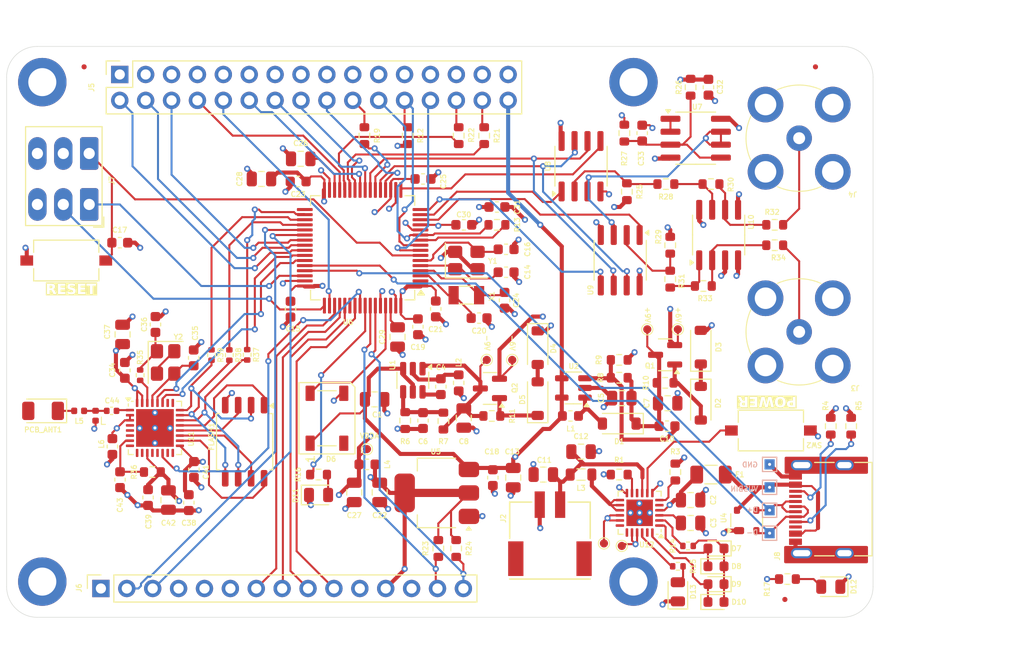
<source format=kicad_pcb>
(kicad_pcb (version 20241229) (generator "pcbnew") (generator_version "9.0")
  (title_block (title "PSLab-Mini") (date "2025-07-16") (rev "0.0.0"))
  (layers (0 "F.Cu" signal "L1.Front") (4 "In1.Cu" power "L2.Ground") (6 "In2.Cu" power "L3.Power") (2 "B.Cu" signal "L4.Signal") (13 "F.Paste" user) (15 "B.Paste" user) (5 "F.SilkS" user "F.Silkscreen") (7 "B.SilkS" user "B.Silkscreen") (1 "F.Mask" user) (3 "B.Mask" user) (25 "Edge.Cuts" user))
  (net 0 "")
  (net 1 "GND")
  (net 2 "+5V")
  (net 3 "VIN")
  (net 4 "/BC_VDD")
  (net 5 "+9V")
  (net 6 "-9V")
  (net 7 "/BC_BATT")
  (net 8 "/HSE_IN")
  (net 9 "+3V3")
  (net 10 "/HSE_OUT")
  (net 11 "/NRST")
  (net 12 "/LSE_IN")
  (net 13 "/LSE_OUT")
  (net 14 "Net-(C26-Pad1)")
  (net 15 "VDDA")
  (net 16 "Net-(C29-Pad1)")
  (net 17 "Net-(U7A-+)")
  (net 18 "Net-(U11-XTAL_N)")
  (net 19 "Net-(C36-Pad2)")
  (net 20 "Net-(U11-CHIP_EN)")
  (net 21 "/LNA_IN")
  (net 22 "Net-(D1-A)")
  (net 23 "Net-(D2-K)")
  (net 24 "Net-(D2-A)")
  (net 25 "Net-(D4-A)")
  (net 26 "Net-(D5-K)")
  (net 27 "/RGB")
  (net 29 "/BC_LED2")
  (net 30 "/BC_LED3R")
  (net 31 "/BC_LED1")
  (net 32 "Net-(D13-A)")
  (net 33 "Net-(D11-A)")
  (net 34 "Net-(D12-A)")
  (net 35 "VBUS")
  (net 36 "VDD_SPI")
  (net 37 "/SPIWP")
  (net 38 "/SPIHD")
  (net 39 "/SPID")
  (net 40 "/SPICS0")
  (net 41 "/SPIQ")
  (net 42 "/SPICLK")
  (net 43 "/D-")
  (net 44 "/D+")
  (net 46 "Net-(J8-CC1)")
  (net 48 "Net-(J8-CC2)")
  (net 49 "/CH1")
  (net 50 "/CH2")
  (net 51 "/GPIO0")
  (net 52 "/GPIO2")
  (net 53 "/RES")
  (net 54 "/GPIO1")
  (net 55 "/VOL")
  (net 56 "/LA2")
  (net 57 "/CAP")
  (net 58 "/LA1")
  (net 59 "/FQY")
  (net 60 "/GPIO3")
  (net 61 "/SPI3_SCK")
  (net 62 "/SPI3_MISO")
  (net 63 "/GPIO8")
  (net 64 "/I2C1_SCL")
  (net 65 "/SPI.CS")
  (net 66 "/SPI3_MOSI")
  (net 67 "/I2C1_SDA")
  (net 68 "/LX")
  (net 69 "+6V")
  (net 70 "-6V")
  (net 71 "/BC_ICHG")
  (net 72 "/BC_NTC")
  (net 73 "Net-(U2-FB)")
  (net 74 "/GPIO6")
  (net 75 "/GPIO7")
  (net 76 "/GPIO5")
  (net 77 "Net-(U6-PC2)")
  (net 78 "/BC_LED3")
  (net 79 "/USER_LED")
  (net 80 "/BC_LED")
  (net 81 "Net-(U8-CHA)")
  (net 82 "Net-(U9-CHA)")
  (net 83 "Net-(U10B--)")
  (net 84 "Net-(U10A--)")
  (net 85 "Net-(U11-XTAL_P)")
  (net 86 "/SPI1_SCK")
  (net 87 "/SPI1_MOSI")
  (net 88 "/GPIO4")
  (net 89 "/BC_KEY")
  (net 95 "/UART1_RX")
  (net 97 "/CH1_IN")
  (net 98 "/CS1")
  (net 99 "/CS2")
  (net 100 "/SWCLK")
  (net 101 "/SPI2_MOSI")
  (net 102 "/UART1_TX")
  (net 103 "/SWDIO")
  (net 104 "/SPI2_SCK")
  (net 105 "/ESP_DATA_READY")
  (net 106 "/CH2_IN")
  (net 107 "/OSC_REF1")
  (net 108 "Net-(U7A--)")
  (net 121 "Net-(Y2-Pad2)")
  (net 124 "/UART6_TX")
  (net 126 "/UART6_RX")
  (net 128 "Net-(U6-PA6)")
  (net 129 "Net-(U6-PB1)")
  (net 130 "Net-(U6-PB2)")
  (net 131 "Net-(R28-Pad1)")
  (net 132 "Net-(R31-Pad1)")
  (net 133 "/SPI2_MISO")
  (net 135 "Net-(U1-BS)")
  (net 136 "Net-(U1-SW)")
  (net 137 "Net-(U1-FB)")
  (net 138 "Net-(C44-Pad2)")
  (net 139 "Net-(L5-Pad1)")
  (footprint "Resistor_SMD:R_0603_1608Metric" (layer "F.Cu") (at 127.25 89.5 180)
    (property "Reference" "R11")
    (property "Value" "1k")
  )
  (footprint "Capacitor_SMD:C_0805_2012Metric" (layer "F.Cu") (at 129.35 95.55 -90)
    (property "Reference" "C13")
    (property "Value" "22uF")
  )
  (footprint "Resistor_SMD:R_0603_1608Metric" (layer "F.Cu") (at 93.95 95)
    (property "Reference" "R36")
    (property "Value" "10k")
  )
  (footprint "Resistor_SMD:R_0603_1608Metric" (layer "F.Cu") (at 140.5 67.5 90)
    (property "Reference" "R25")
    (property "Value" "10k")
  )
  (footprint "pslab-mini:BNC_connector_dosinconn DOSIN-801-0050" (layer "F.Cu") (at 157.4 81.25 180)
    (property "Reference" "J3")
    (property "Value" "Conn_Coaxial")
  )
  (footprint "Resistor_SMD:R_0603_1608Metric" (layer "F.Cu") (at 144.75 76.075 90)
    (property "Reference" "R31")
    (property "Value" "10k")
  )
  (footprint "Diode_SMD:D_SOD-123" (layer "F.Cu") (at 131.75 87.8 90)
    (property "Reference" "D5")
    (property "Value" "1N4148W")
  )
  (footprint "Capacitor_SMD:C_0603_1608Metric" (layer "F.Cu") (at 90.775 95.75 -90)
    (property "Reference" "C43")
    (property "Value" "1uF")
  )
  (footprint "Fiducial:Fiducial_0.5mm_Mask1.5mm" (layer "F.Cu") (at 156 107.5)
    (property "Reference" "FID3" (hide yes))
    (property "Value" "Fiducial")
  )
  (footprint "LED_SMD:LED_0805_2012Metric" (layer "F.Cu") (at 110.25 97.25)
    (property "Reference" "D11")
    (property "Value" "GREEN")
  )
  (footprint "Package_SO:SOIC-8_3.9x4.9mm_P1.27mm" (layer "F.Cu") (at 139.845 74.225 -90)
    (property "Reference" "U9")
    (property "Value" "MCP6S21")
  )
  (footprint "Resistor_SMD:R_0603_1608Metric" (layer "F.Cu") (at 144.75 72.75 -90)
    (property "Reference" "R29")
    (property "Value" "10k")
  )
  (footprint "Capacitor_SMD:C_0805_2012Metric" (layer "F.Cu") (at 144.5 88.25)
    (property "Reference" "C7")
    (property "Value" "10uF")
  )
  (footprint "Resistor_SMD:R_0603_1608Metric" (layer "F.Cu") (at 127.75 70.75)
    (property "Reference" "R13")
    (property "Value" "10k")
  )
  (footprint "Resistor_SMD:R_0603_1608Metric" (layer "F.Cu") (at 126.5 62 -90)
    (property "Reference" "R21")
    (property "Value" "200")
  )
  (footprint "Package_DFN_QFN:QFN-32-1EP_5x5mm_P0.5mm_EP3.7x3.7mm" (layer "F.Cu") (at 94.2 90.675)
    (property "Reference" "U11")
    (property "Value" "ESP32-C3")
  )
  (footprint "Capacitor_SMD:C_0603_1608Metric" (layer "F.Cu") (at 128.5 78.15 -90)
    (property "Reference" "C24")
    (property "Value" "10pF")
  )
  (footprint "Capacitor_SMD:C_0603_1608Metric" (layer "F.Cu") (at 124.5 70.75)
    (property "Reference" "C30")
    (property "Value" "100nF")
  )
  (footprint "Fiducial:Fiducial_0.5mm_Mask1.5mm" (layer "F.Cu") (at 87.25 55.25)
    (property "Reference" "FID1" (hide yes))
    (property "Value" "Fiducial")
  )
  (footprint "Button_Switch_SMD:SW_Tactile_SPST_NO_Straight_CK_PTS636Sx25SMTRLFS" (layer "F.Cu") (at 154.625 90.925 180)
    (property "Reference" "SW2")
    (property "Value" "Power" (hide yes))
  )
  (footprint "Resistor_SMD:R_0603_1608Metric" (layer "F.Cu") (at 118.75 89.95 90)
    (property "Reference" "R6")
    (property "Value" "100k")
  )
  (footprint "Resistor_SMD:R_0603_1608Metric" (layer "F.Cu") (at 155 70.75 180)
    (property "Reference" "R32")
    (property "Value" "1M")
  )
  (footprint "Package_QFP:LQFP-64_10x10mm_P0.5mm" (layer "F.Cu") (at 114.575 73 180)
    (property "Reference" "U6")
    (property "Value" "STM32H563RIT6")
  )
  (footprint "LED_SMD:LED_0805_2012Metric" (layer "F.Cu") (at 160.5 106.25 180)
    (property "Reference" "D12")
    (property "Value" "BLUE")
  )
  (footprint "RF_Antenna:Johanson_2450AT18x100" (layer "F.Cu") (at 83.225 89 180)
    (property "Reference" "PCB_ANT1")
    (property "Value" "ANT")
  )
  (footprint "Capacitor_SMD:C_0603_1608Metric" (layer "F.Cu") (at 148.5 57.25 -90)
    (property "Reference" "C32")
    (property "Value" "100nF")
  )
  (footprint "Capacitor_SMD:C_0805_2012Metric" (layer "F.Cu") (at 104.65 66.25 180)
    (property "Reference" "C28")
    (property "Value" "4.7uF")
  )
  (footprint "Capacitor_SMD:C_0402_1005Metric" (layer "F.Cu") (at 89.95 89 180)
    (property "Reference" "C44")
    (property "Value" "1pF")
  )
  (footprint "Inductor_SMD:L_0603_1608Metric" (layer "F.Cu") (at 134.9625 89.5)
    (property "Reference" "L1")
    (property "Value" "3.3uH")
  )
  (footprint "Resistor_SMD:R_0402_1005Metric" (layer "F.Cu") (at 92.75 85.5 -90)
    (property "Reference" "R35")
    (property "Value" "0")
  )
  (footprint "Resistor_SMD:R_0402_1005Metric" (layer "F.Cu") (at 146.5 102.25)
    (property "Reference" "R14")
    (property "Value" "200")
  )
  (footprint "Capacitor_SMD:C_0805_2012Metric" (layer "F.Cu") (at 140 87.75 180)
    (property "Reference" "C5")
    (property "Value" "22uF")
  )
  (footprint "LED_SMD:LED_0603_1608Metric" (layer "F.Cu") (at 149.24 107.75)
    (property "Reference" "D10")
    (property "Value" "100%")
  )
  (footprint "Fuse:Fuse_1206_3216Metric" (layer "F.Cu") (at 148.75 95.25 180)
    (property "Reference" "F1")
    (property "Value" "1A")
  )
  (footprint "Resistor_SMD:R_0603_1608Metric" (layer "F.Cu") (at 122 102.5 90)
    (property "Reference" "R23")
    (property "Value" "5k1")
  )
  (footprint "Capacitor_SMD:C_0603_1608Metric" (layer "F.Cu") (at 120.5 66.25)
    (property "Reference" "C25")
    (property "Value" "100nF")
  )
  (footprint "Diode_SMD:D_SOD-123" (layer "F.Cu") (at 147.75 82.75 90)
    (property "Reference" "D3")
    (property "Value" "6v8")
  )
  (footprint "LED_SMD:LED_WS2812B_PLCC4_5.0x5.0mm_P3.2mm" (layer "F.Cu") (at 111.075 89.725 90)
    (property "Reference" "D6")
    (property "Value" "WS2812B")
  )
  (footprint "Fiducial:Fiducial_0.5mm_Mask1.5mm" (layer "F.Cu") (at 159 55.25)
    (property "Reference" "FID2" (hide yes))
    (property "Value" "Fiducial")
  )
  (footprint "Button_Switch_SMD:SW_Tactile_SPST_NO_Straight_CK_PTS636Sx25SMTRLFS" (layer "F.Cu") (at 85.5 74.25 180)
    (property "Reference" "SW1" (hide yes))
    (property "Value" "Reset")
  )
  (footprint "LED_SMD:LED_0603_1608Metric" (layer "F.Cu") (at 149.24 106 180)
    (property "Reference" "D9")
    (property "Value" "75%")
  )
  (footprint "Resistor_SMD:R_0603_1608Metric" (layer "F.Cu") (at 160.5 90.5 -90)
    (property "Reference" "R4")
    (property "Value" "5k1")
  )
  (footprint "Capacitor_SMD:C_0603_1608Metric" (layer "F.Cu") (at 107.5 79.025 -90)
    (property "Reference" "C15")
    (property "Value" "100nF")
  )
  (footprint "Resistor_SMD:R_0402_1005Metric" (layer "F.Cu") (at 145.5 104.25)
    (property "Reference" "R15")
    (property "Value" "200")
  )
  (footprint "pslab-mini:Test_Point_0.8mm" (layer "F.Cu") (at 142.5 81)
    (property "Reference" "TP7" (hide yes))
    (property "Value" "TestPoint")
  )
  (footprint "Resistor_SMD:R_0603_1608Metric" (layer "F.Cu") (at 140.25 61.75 90)
    (property "Reference" "R27")
    (property "Value" "10k")
  )
  (footprint "Resistor_SMD:R_0603_1608Metric" (layer "F.Cu") (at 148 76.75 180)
    (property "Reference" "R33")
    (property "Value" "200k")
  )
  (footprint "Capacitor_SMD:C_0603_1608Metric" (layer "F.Cu") (at 93.525 97.5 -90)
    (property "Reference" "C39")
    (property "Value" "0.1uF" (hide yes))
  )
  (footprint "pslab-mini:MountingHole_2.75mm_Pad" (layer "F.Cu") (at 141.15 56.75)
    (property "Reference" "MH2" (hide yes))
    (property "Value" "MountingHole_Pad")
  )
  (footprint "pslab-mini:Test_Point_0.8mm" (layer "F.Cu") (at 129.25 84 -90)
    (property "Reference" "TP5" (hide yes))
    (property "Value" "TestPoint")
  )
  (footprint "Capacitor_SMD:C_0603_1608Metric" (layer "F.Cu") (at 122.25 86.625 -90)
    (property "Reference" "C4")
    (property "Value" "22nF")
  )
  (footprint "Resistor_SMD:R_0603_1608Metric" (layer "F.Cu") (at 123.75 102.5 90)
    (property "Reference" "R24")
    (property "Value" "5k1")
  )
  (footprint "Capacitor_SMD:C_0603_1608Metric" (layer "F.Cu") (at 128.65 75.4)
    (property "Reference" "C14")
    (property "Value" "5.6pF")
  )
  (footprint "Capacitor_SMD:C_0603_1608Metric" (layer "F.Cu") (at 98 83.8 -90)
    (property "Reference" "C35")
    (property "Value" "10pF")
  )
  (footprint "LED_SMD:LED_0603_1608Metric" (layer "F.Cu") (at 149.24 104.25)
    (property "Reference" "D8")
    (property "Value" "50%")
  )
  (footprint "Resistor_SMD:R_0603_1608Metric" (layer "F.Cu") (at 156.25 105.5)
    (property "Reference" "R17")
    (property "Value" "5k1")
  )
  (footprint "Resistor_SMD:R_0603_1608Metric" (layer "F.Cu") (at 139.75 84)
    (property "Reference" "R9")
    (property "Value" "30k")
  )
  (footprint "Package_SO:SOIC-8_3.9x4.9mm_P1.27mm" (layer "F.Cu") (at 147.25 62.25)
    (property "Reference" "U7")
    (property "Value" "TL082")
  )
  (footprint "pslab-mini:MountingHole_2.75mm_Pad" (layer "F.Cu") (at 83.15 56.75)
    (property "Reference" "MH1" (hide yes))
    (property "Value" "MountingHole_Pad")
  )
  (footprint "Capacitor_SMD:C_0805_2012Metric" (layer "F.Cu") (at 115.75 87.875)
    (property "Reference" "C1")
    (property "Value" "22uF")
  )
  (footprint "Capacitor_SMD:C_0603_1608Metric" (layer "F.Cu") (at 144.4375 90.5)
    (property "Reference" "C10")
    (property "Value" "100nF")
  )
  (footprint "pslab-mini:MountingHole_2.75mm_Pad" (layer "F.Cu") (at 83.15 105.75)
    (property "Reference" "MH4" (hide yes))
    (property "Value" "MountingHole_Pad")
  )
  (footprint "Capacitor_SMD:C_0805_2012Metric" (layer "F.Cu") (at 118 81.75 -90)
    (property "Reference" "C29")
    (property "Value" "2.2uF")
  )
  (footprint "Capacitor_SMD:C_0805_2012Metric" (layer "F.Cu") (at 91.025 81.5 90)
    (property "Reference" "C37")
    (property "Value" "10uF")
  )
  (footprint "Resistor_SMD:R_0603_1608Metric" (layer "F.Cu") (at 114.75 62 -90)
    (property "Reference" "R19")
    (property "Value" "200")
  )
  (footprint "Resistor_SMD:R_0603_1608Metric" (layer "F.Cu") (at 119 62 -90)
    (property "Reference" "R12")
    (property "Value" "5k1")
  )
  (footprint "Resistor_SMD:R_0603_1608Metric" (layer "F.Cu") (at 148.75 66.75)
    (property "Reference" "R30")
    (property "Value" "200k")
  )
  (footprint "Package_SO:SOIC-8_3.9x4.9mm_P1.27mm" (layer "F.Cu") (at 149.5 71.75 90)
    (property "Reference" "U10")
    (property "Value" "TL082")
  )
  (footprint "Capacitor_SMD:C_0805_2012Metric" (layer "F.Cu") (at 136 93)
    (property "Reference" "C12")
    (property "Value" "22uF")
  )
  (footprint "Package_SO:SOIC-8_5.3x5.3mm_P1.27mm" (layer "F.Cu") (at 103 92.025 -90)
    (property "Reference" "FLASH1")
    (property "Value" "W25Q32JV")
  )
  (footprint "Capacitor_SMD:C_0805_2012Metric" (layer "F.Cu") (at 113.75 97 -90)
    (property "Reference" "C27")
    (property "Value" "22uF")
  )
  (footprint "pslab-mini:Test_Point_0.8mm" (layer "F.Cu") (at 115 92.75)
    (property "Reference" "TP1" (hide yes))
    (property "Value" "TestPoint")
  )
  (footprint "Resistor_SMD:R_0402_1005Metric" (layer "F.Cu") (at 101.5 83.525 -90)
    (property "Reference" "R38")
    (property "Value" "0")
  )
  (footprint "pslab-mini:2.0mm_connector_edge" (layer "F.Cu") (at 132.95 99.5 180)
    (property "Reference" "J2")
    (property "Value" "BAT")
  )
  (footprint "Resistor_SMD:R_0603_1608Metric" (layer "F.Cu") (at 146.75 57.25 90)
    (property "Reference" "R26")
    (property "Value" "10k")
  )
  (footprint "pslab-mini:Test_Point_0.8mm" (layer "F.Cu") (at 138.25 102)
    (property "Reference" "TP10" (hide yes))
    (property "Value" "+5V")
  )
  (footprint "Inductor_SMD:L_0402_1005Metric" (layer "F.Cu") (at 88.375 89.475 -90)
    (property "Reference" "L6")
    (property "Value" "2.7nH")
  )
  (footprint "Resistor_SMD:R_0402_1005Metric" (layer "F.Cu") (at 103.25 83.5 -90)
    (property "Reference" "R37")
    (property "Value" "0")
  )
  (footprint "Inductor_SMD:L_0402_1005Metric" (layer "F.Cu") (at 86.765 89)
    (property "Reference" "L5")
    (property "Value" "3.9nH")
  )
  (footprint "Capacitor_SMD:C_0805_2012Metric" (layer "F.Cu") (at 95.525 97.75 -90)
    (property "Reference" "C42")
    (property "Value" "10uF")
  )
  (footprint "Crystal:Crystal_SMD_3215-2Pin_3.2x1.5mm" (layer "F.Cu") (at 124.75 77.65)
    (property "Reference" "X1")
    (property "Value" "32kHz768")
  )
  (footprint "Capacitor_SMD:C_0805_2012Metric" (layer "F.Cu") (at 124.5 89.7 90)
    (property "Reference" "C8")
    (property "Value" "22uF")
  )
  (footprint "Resistor_SMD:R_0603_1608Metric" (layer "F.Cu") (at 155 72.75)
    (property "Reference" "R34")
    (property "Value" "1M")
  )
  (footprint "Capacitor_SMD:C_0603_1608Metric" (layer "F.Cu") (at 91.25 85.025 90)
    (property "Reference" "C34")
    (property "Value" "1uF")
  )
  (footprint "Resistor_SMD:R_0603_1608Metric" (layer "F.Cu") (at 122.5 90 -90)
    (property "Reference" "R7")
    (property "Value" "10k")
  )
  (footprint "Connector_PinSocket_2.54mm:PinSocket_2x16_P2.54mm_Vertical" (layer "F.Cu") (at 90.75 56 90)
    (property "Reference" "J5")
    (property "Value" "Conn_02x16_Odd_Even")
  )
  (footprint "Capacitor_SMD:C_0805_2012Metric" (layer "F.Cu") (at 146.75 97.75)
    (property "Reference" "C2")
    (property "Value" "22uF")
  )
  (footprint "pslab-mini:Test_Point_0.8mm" (layer "F.Cu") (at 140 102.25)
    (property "Reference" "TP11" (hide yes))
    (property "Value" "VIN")
  )
  (footprint "pslab-mini:Test_Point_0.8mm" (layer "F.Cu") (at 126.75 84 -90)
    (property "Reference" "TP3" (hide yes))
    (property "Value" "TestPoint")
  )
  (footprint "Diode_SMD:D_SOD-123" (layer "F.Cu") (at 147.75 88.25 -90)
    (property "Reference" "D2")
    (property "Value" "1N4148W")
  )
  (footprint "Capacitor_SMD:C_0603_1608Metric" (layer "F.Cu") (at 128.65 73.15)
    (property "Reference" "C16")
    (property "Value" "5.6pF")
  )
  (footprint "Diode_SMD:D_SOD-123" (layer "F.Cu") (at 139.75 90.25 180)
    (property "Reference" "D1")
    (property "Value" "K1N5817HW")
  )
  (footprint "Capacitor_SMD:C_0603_1608Metric" (layer "F.Cu") (at 127.35 95.55 90)
    (property "Reference" "C18")
    (property "Value" "1uF")
  )
  (footprint "Package_TO_SOT_SMD:SOT-23-6" (layer "F.Cu") (at 119.5 86 -90)
    (property "Reference" "U1")
    (property "Value" "MT2496")
  )
  (footprint "pslab-mini:pslab-mini_2x03_P2.54mm" (layer "F.Cu") (at 87.75 68.75 180)
    (property "Reference" "J7")
    (property "Value" "Conn_02x03_Top_Bottom")
  )
  (footprint "Package_TO_SOT_SMD:SOT-23" (layer "F.Cu") (at 144.25 83.5 180)
    (property "Reference" "Q1")
    (property "Value" "MMBT3904")
  )
  (footprint "Diode_SMD:D_SOD-123" (layer "F.Cu") (at 131.75 82.8 -90)
    (property "Reference" "D4")
    (property "Value" "6v8")
  )
  (footprint "Capacitor_SMD:C_0603_1608Metric" (layer "F.Cu") (at 97.525 98 -90)
    (property "Reference" "C38")
    (property "Value" "1uF")
  )
  (footprint "Package_SO:SOIC-8_3.9x4.9mm_P1.27mm" (layer "F.Cu") (at 136 65 90)
    (property "Reference" "U8")
    (property "Value" "MCP6S21")
  )
  (footprint "Connector_PinSocket_2.54mm:PinSocket_1x15_P2.54mm_Vertical" (layer "F.Cu") (at 88.9 106.425 90)
    (property "Reference" "J6")
    (property "Value" "Conn_01x15_Socket")
  )
  (footprint "pslab-mini:Test_Point_0.8mm" (layer "F.Cu") (at 145.5 81 180)
    (property "Reference" "TP9" (hide yes))
    (property "Value" "TestPoint")
  )
  (footprint "LED_SMD:LED_0603_1608Metric" (layer "F.Cu") (at 149.24 102.5 180)
    (property "Reference" "D7")
    (property "Value" "25%")
  )
  (footprint "Inductor_SMD:L_0603_1608Metric" (layer "F.Cu") (at 115 94.25)
    (property "Reference" "L4")
    (property "Value" "3.3uH")
  )
  (footprint "pslab-mini:MountingHole_2.75mm_Pad" (layer "F.Cu") (at 141.15 105.75)
    (property "Reference" "MH3" (hide yes))
    (property "Value" "MountingHole_Pad")
  )
  (footprint "Capacitor_SMD:C_0603_1608Metric" (layer "F.Cu") (at 142 61.75 90)
    (property "Reference" "C33")
    (property "Value" "10nF")
  )
  (footprint "Capacitor_SMD:C_0805_2012Metric" (layer "F.Cu") (at 108.5 64.275 180)
    (property "Reference" "C26")
    (property "Value" "2.2uF")
  )
  (footprint "Resistor_SMD:R_0603_1608Metric" (layer "F.Cu") (at 124 62 -90)
    (property "Reference" "R22")
    (property "Value" "200")
  )
  (footprint "Capacitor_SMD:C_0603_1608Metric" (layer "F.Cu") (at 127.75 69)
    (property "Reference" "C31")
    (property "Value" "1uF")
  )
  (footprint "Capacitor_SMD:C_0603_1608Metric" (layer "F.Cu") (at 90.025 92.5 -90)
    (property "Reference" "C40" (hide yes))
    (property "Value" "0.1uF")
  )
  (footprint "Capacitor_SMD:C_0805_2012Metric" (layer "F.Cu") (at 132.3 95.25 180)
    (property "Reference" "C11")
    (property "Value" "22uF")
  )
  (footprint "Package_TO_SOT_SMD:SOT-23" (layer "F.Cu") (at 127.0625 86.8 180)
    (property "Reference" "Q2")
    (property "Value" "MMBT3906")
  )
  (footprint "Capacitor_SMD:C_0603_1608Metric" (layer "F.Cu") (at 108.25 66.5 180)
    (property "Reference" "C23")
    (property "Value" "100nF")
  )
  (footprint "Inductor_SMD:L_0603_1608Metric" (layer "F.Cu") (at 124 86.25 -90)
    (property "Reference" "L2")
    (property "Value" "3.3uH")
  )
  (footprint "pslab-mini:BNC_connector_dosinconn DOSIN-801-0050" (layer "F.Cu") (at 157.4 62.25 180)
    (property "Reference" "J4")
    (property "Value" "Conn_Coaxial")
  )
  (footprint "Resistor_SMD:R_0603_1608Metric" (layer "F.Cu") (at 144.325 66.75 180)
    (property "Reference" "R28")
    (property "Value" "10k")
  )
  (footprint "Capacitor_SMD:C_0603_1608Metric" (layer "F.Cu") (at 121.75 79 -90)
    (property "Reference" "C21")
    (property "Value" "100nF")
  )
  (footprint "Capacitor_SMD:C_0805_2012Metric" (layer "F.Cu") (at 116.25 97 90)
    (property "Reference" "C22")
    (property "Value" "10uF")
  )
  (footprint "Crystal:Crystal_SMD_3225-4Pin_3.2x2.5mm" (layer "F.Cu") (at 124.75 74.25)
    (property "Reference" "Y1")
    (property "Value" "Crystal_25MHz")
  )
  (footprint "Capacitor_SMD:C_0603_1608Metric" (layer "F.Cu") (at 98.025 94.75 -90)
    (property "Reference" "C41")
    (property "Value" "1uF")
  )
  (footprint "pslab-mini:USB_C_Receptacle_G-Switch_GT-USB-7010ASV" (layer "F.Cu") (at 160.765 98.64 90)
    (property "Reference" "J8")
    (property "Value" "USB_C_Receptacle_USB2.0_16P")
  )
  (footprint "Inductor_SMD:L_0805_2012Metric" (layer "F.Cu") (at 136 95.25 180)
    (property "Reference" "L3")
    (property "Value" "4.7uH")
  )
  (footprint "Capacitor_SMD:C_0603_1608Metric" (layer "F.Cu") (at 90.75 72.5)
    (property "Reference" "C17")
    (property "Value" "100nF")
  )
  (footprint "Resistor_SMD:R_0603_1608Metric" (layer "F.Cu") (at 144.25 86.25 180)
    (property "Reference" "R10")
    (property "Value" "1k")
  )
  (footprint "Resistor_SMD:R_0603_1608Metric" (layer "F.Cu") (at 145.25 95 -90)
    (property "Reference" "R3")
    (property "Value" "51k")
  )
  (footprint "Capacitor_SMD:C_0603_1608Metric" (layer "F.Cu") (at 94.25 80.525 -90)
    (property "Reference" "C36")
    (property "Value" "10pF")
  )
  (footprint "Crystal:Crystal_SMD_3225-4Pin_3.2x2.5mm" (layer "F.Cu") (at 95.25 84.25 -90)
    (property "Reference" "Y2")
    (property "Value" "Crystal_40Mhz")
  )
  (footprint "Capacitor_SMD:C_0603_1608Metric" (layer "F.Cu") (at 120.5 89.95 90)
    (property "Reference" "C6")
    (property "Value" "12pF")
  )
  (footprint "Resistor_SMD:R_0603_1608Metric" (layer "F.Cu") (at 162.5 90.5 -90)
    (property "Reference" "R5")
    (property "Value" "5k1")
  )
  (footprint "Resistor_SMD:R_0603_1608Metric" (layer "F.Cu") (at 110.25 95.25)
    (property "Reference" "R16")
    (property "Value" "5k1")
  )
  (footprint "Resistor_SMD:R_0402_1005Metric" (layer "F.Cu") (at 99.75 83.525 -90)
    (property "Reference" "R39")
    (property "Value" "0")
  )
  (footprint "Capacitor_SMD:C_0805_2012Metric" (layer "F.Cu") (at 146.75 100)
    (property "Reference" "C3")
    (property "Value" "2.2uF")
  )
  (footprint "Package_DFN_QFN:QFN-24-1EP_4x4mm_P0.5mm_EP2.6x2.6mm" (layer "F.Cu") (at 141.75 99 180)
    (property "Reference" "U12")
    (property "Value" "IP5189T")
  )
  (footprint "LED_SMD:LED_0805_2012Metric" (layer "F.Cu") (at 145.5 106.75 90)
    (property "Reference" "D13")
    (property "Value" "GREEN")
  )
  (footprint "Resistor_SMD:R_0603_1608Metric" (layer "F.Cu") (at 139.75 85.75 180)
    (property "Reference" "R8")
    (property "Value" "180k")
  )
  (footprint "Package_TO_SOT_SMD:SOT-143" (layer "F.Cu") (at 152.25 99.75 90)
    (property "Reference" "U4")
    (property "Value" "SP0503BAHT")
  )
  (footprint "Capacitor_SMD:C_0603_1608Metric" (layer "F.Cu") (at 120 80.75 -90)
    (property "Reference" "C19")
    (property "Value" "100nF")
  )
  (footprint "Package_TO_SOT_SMD:SOT-223-3_TabPin2" (layer "F.Cu") (at 121.85 97.05 180)
    (property "Reference" "U5")
    (property "Value" "AMS1117-3.3")
  )
  (footprint "Capacitor_SMD:C_0603_1608Metric" (layer "F.Cu") (at 126 79.9)
    (property "Reference" "C20")
    (property "Value" "10pF")
  )
  (footprint "Resistor_SMD:R_0603_1608Metric" (layer "F.Cu") (at 139.75 95.25)
    (property "Reference" "R1")
    (property "Value" "200k")
  )
  (footprint "Package_TO_SOT_SMD:SOT-23-5" (layer "F.Cu") (at 135.25 86.75 180)
    (property "Reference" "U2")
    (property "Value" "AP3015A")
  )
  (footprint "TestPoint:TestPoint_Pad_1.0x1.0mm" (layer "B.Cu") (at 154.5 101 180)
    (property "Reference" "TP6" (hide yes))
    (property "Value" "VINBUS")
  )
  (footprint "TestPoint:TestPoint_Pad_1.0x1.0mm" (layer "B.Cu") (at 154.5 98.75 180)
    (property "Reference" "TP4" (hide yes))
    (property "Value" "D-")
  )
  (footprint "TestPoint:TestPoint_Pad_1.0x1.0mm" (layer "B.Cu") (at 154.5 94.25 180)
    (property "Reference" "TP8" (hide yes))
    (property "Value" "GND")
  )
  (footprint "TestPoint:TestPoint_Pad_1.0x1.0mm" (layer "B.Cu") (at 154.5 96.5 180)
    (property "Reference" "TP2" (hide yes))
    (property "Value" "D+")
  )
  (gr_line (start 88.95 90.325) (end 89.35 90.325) (stroke (width 0.1)) (layer "F.SilkS"))
  (gr_line (start 88.95 89.6) (end 88.95 90.325) (stroke (width 0.1)) (layer "F.SilkS"))
  (gr_line (start 82.65 109.25) (end 161.65 109.25) (stroke (width 0.05)) (layer "Edge.Cuts"))
  (gr_line (start 164.65 56.25) (end 164.65 106.25) (stroke (width 0.05)) (layer "Edge.Cuts"))
  (gr_line (start 82.65 53.25) (end 161.65 53.25) (stroke (width 0.05)) (layer "Edge.Cuts"))
  (gr_arc (start 82.65 109.25) (mid 80.52868 108.37132) (end 79.65 106.25) (stroke (width 0.05)) (layer "Edge.Cuts"))
  (gr_arc (start 79.65 56.25) (mid 80.52868 54.12868) (end 82.65 53.25) (stroke (width 0.05)) (layer "Edge.Cuts"))
  (gr_arc (start 161.65 53.25) (mid 163.77132 54.12868) (end 164.65 56.25) (stroke (width 0.05)) (layer "Edge.Cuts"))
  (gr_line (start 79.65 56.25) (end 79.65 106.25) (stroke (width 0.05)) (layer "Edge.Cuts"))
  (gr_arc (start 164.65 106.25) (mid 163.77132 108.37132) (end 161.65 109.25) (stroke (width 0.05)) (layer "Edge.Cuts"))
  (gr_text "RESET" (at 83.48 77.71 0) (layer "F.SilkS" knockout) (effects (font (size 1 1) (thickness 0.1) (bold yes)) (justify left bottom)))
  (gr_text "-6V" (at 128.975 81.5 270) (layer "F.SilkS") (effects (font (size 0.5 0.5) (thickness 0.1) (bold yes)) (justify left bottom)))
  (gr_text "VDDA" (at 114.25 91.75 0) (layer "F.SilkS") (effects (font (size 0.5 0.5) (thickness 0.1) (bold yes)) (justify left bottom)))
  (gr_text "+9V" (at 142.25 78.75 270) (layer "F.SilkS") (effects (font (size 0.5 0.5) (thickness 0.1) (bold yes)) (justify left bottom)))
  (gr_text "POWER" (at 157.17 87.46 180) (layer "F.SilkS" knockout) (effects (font (size 1 1) (thickness 0.1) (bold yes)) (justify left bottom)))
  (gr_text "+6V" (at 145.25 78.75 270) (layer "F.SilkS") (effects (font (size 0.5 0.5) (thickness 0.1) (bold yes)) (justify left bottom)))
  (gr_text "-9V" (at 126.5 81.5 270) (layer "F.SilkS") (effects (font (size 0.5 0.5) (thickness 0.1) (bold yes)) (justify left bottom)))
  (gr_text "VUSBIN" (at 153.425 96.95 0) (layer "B.SilkS") (effects (font (size 0.5 0.5) (thickness 0.1) (bold yes)) (justify left bottom mirror)))
  (gr_text "D+" (at 153.425 98.975 0) (layer "B.SilkS") (effects (font (size 0.5 0.5) (thickness 0.1)) (justify left bottom mirror)))
  (gr_text "D-" (at 153.425 101.225 0) (layer "B.SilkS") (effects (font (size 0.5 0.5) (thickness 0.1)) (justify left bottom mirror)))
  (gr_text "GND" (at 153.4 94.575 0) (layer "B.SilkS") (effects (font (size 0.5 0.5) (thickness 0.1)) (justify left bottom mirror)))
  (segment (start 162.5 89.675) (end 162.5 89.25) (width 0.4) (layer "F.Cu") (net 1))
  (segment (start 94.75 79.75) (end 95.25 79.25) (width 0.4) (layer "F.Cu") (net 1))
  (segment (start 118.025 90.775) (end 118 90.75) (width 0.4) (layer "F.Cu") (net 1))
  (segment (start 139.05 87.75) (end 139.05 87.8) (width 0.4) (layer "F.Cu") (net 1))
  (segment (start 140.25 60.25) (end 140.25 60.925) (width 0.2) (layer "F.Cu") (net 1))
  (segment (start 145.25 94.175) (end 145.525 94.175) (width 0.4) (layer "F.Cu") (net 1))
  (segment (start 107.5 79.8) (end 107.5 80) (width 0.4) (layer "F.Cu") (net 1))
  (segment (start 107.55 64.05) (end 106.75 63.25) (width 0.4) (layer "F.Cu") (net 1))
  (segment (start 128.925 78.925) (end 129.5 79.5) (width 0.4) (layer "F.Cu") (net 1))
  (segment (start 125.5 70.75) (end 126 70.25) (width 0.4) (layer "F.Cu") (net 1))
  (segment (start 118.75 90.775) (end 120.45 90.775) (width 0.4) (layer "F.Cu") (net 1))
  (segment (start 117.232138 69.167862) (end 117.825 68.575) (width 0.2) (layer "F.Cu") (net 1))
  (segment (start 107.5 80) (end 106.75 80.75) (width 0.4) (layer "F.Cu") (net 1))
  (segment (start 118 83) (end 118.5 83.5) (width 0.4) (layer "F.Cu") (net 1))
  (segment (start 90.775 96.525) (end 91.5 97.25) (width 0.4) (layer "F.Cu") (net 1))
  (segment (start 142.725 60.975) (end 143 61.25) (width 0.2) (layer "F.Cu") (net 1))
  (segment (start 123.65 73.4) (end 123.67758 73.4) (width 0.4) (layer "F.Cu") (net 1))
  (segment (start 98.475 98.775) (end 98.5 98.75) (width 0.4) (layer "F.Cu") (net 1))
  (segment (start 125 99.35) (end 126.3 99.35) (width 0.4) (layer "F.Cu") (net 1))
  (segment (start 129.425 75.85) (end 129.925 76.35) (width 0.4) (layer "F.Cu") (net 1))
  (segment (start 112.725 87.275) (end 112.475 87.275) (width 0.2) (layer "F.Cu") (net 1))
  (segment (start 140 60) (end 140.25 60.25) (width 0.2) (layer "F.Cu") (net 1))
  (segment (start 125.275 70.75) (end 125.5 70.75) (width 0.4) (layer "F.Cu") (net 1))
  (segment (start 107.55 64.275) (end 107.55 64.05) (width 0.4) (layer "F.Cu") (net 1))
  (segment (start 81.625 73.125) (end 81.5 73) (width 0.4) (layer "F.Cu") (net 1))
  (segment (start 137.725 93) (end 137.775 92.95) (width 0.4) (layer "F.Cu") (net 1))
  (segment (start 157.04 95.44) (end 157.04 94.92) (width 0.4) (layer "F.Cu") (net 1))
  (segment (start 138.25 95.25) (end 138.225 95.225) (width 0.4) (layer "F.Cu") (net 1))
  (segment (start 121.275 66.25) (end 121.35 66.25) (width 0.4) (layer "F.Cu") (net 1))
  (segment (start 117.825 78.675) (end 117.825 77.709751) (width 0.2) (layer "F.Cu") (net 1))
  (segment (start 116.25 97.95) (end 116.4 97.95) (width 0.4) (layer "F.Cu") (net 1))
  (segment (start 131.35 94.25) (end 131.325 94.225) (width 0.4) (layer "F.Cu") (net 1))
  (segment (start 118.75 90.775) (end 118.025 90.775) (width 0.4) (layer "F.Cu") (net 1))
  (segment (start 116.325 77.425) (end 116.5 77.25) (width 0.2) (layer "F.Cu") (net 1))
  (segment (start 120.275 81.525) (end 120.75 82) (width 0.4) (layer "F.Cu") (net 1))
  (segment (start 98 83.025) (end 98 83) (width 0.4) (layer "F.Cu") (net 1))
  (segment (start 157.04 95.44) (end 155.69 95.44) (width 0.4) (layer "F.Cu") (net 1))
  (segment (start 138.05 86.75) (end 136.3875 86.75) (width 0.4) (layer "F.Cu") (net 1))
  (segment (start 107 76.25) (end 106.75 76.5) (width 0.2) (layer "F.Cu") (net 1))
  (segment (start 111.325 66.225) (end 110.5 65.4) (width 0.2) (layer "F.Cu") (net 1))
  (segment (start 145.45 88.25) (end 145.45 87.275) (width 0.4) (layer "F.Cu") (net 1))
  (segment (start 109.3125 97.25) (end 109.3125 98.0625) (width 0.4) (layer "F.Cu") (net 1))
  (segment (start 120 81.525) (end 120.275 81.525) (width 0.4) (layer "F.Cu") (net 1))
  (segment (start 122.85 73.4) (end 122.25 74) (width 0.4) (layer "F.Cu") (net 1))
  (segment (start 90.025 93.275) (end 90.025 93.725) (width 0.4) (layer "F.Cu") (net 1))
  (segment (start 131.75 81.15) (end 132.525 81.15) (width 0.4) (layer "F.Cu") (net 1))
  (segment (start 129.425 75.4) (end 129.425 75.85) (width 0.4) (layer "F.Cu") (net 1))
  (segment (start 116.7 87.875) (end 116.7 88.95) (width 0.4) (layer "F.Cu") (net 1))
  (segment (start 91.5 97.25) (end 92.5 98.25) (width 0.4) (layer "F.Cu") (net 1))
  (segment (start 125.4 90.65) (end 125.75 91) (width 0.4) (layer "F.Cu") (net 1))
  (segment (start 126.3 99.35) (end 126.325 99.325) (width 0.4) (layer "F.Cu") (net 1))
  (segment (start 162.5 89.25) (end 162 88.75) (width 0.4) (layer "F.Cu") (net 1))
  (segment (start 137.94 71.75) (end 137.94 70.94) (width 0.2) (layer "F.Cu") (net 1))
  (segment (start 117.167862 69.167862) (end 117.232138 69.167862) (width 0.2) (layer "F.Cu") (net 1))
  (segment (start 93.525 98.275) (end 92.525 98.275) (width 0.4) (layer "F.Cu") (net 1))
  (segment (start 92.525 98.275) (end 92.5 98.25) (width 0.4) (layer "F.Cu") (net 1))
  (segment (start 117.825 77.709751) (end 117.437649 77.3224) (width 0.2) (layer "F.Cu") (net 1))
  (segment (start 113.525 97.95) (end 112.875 98.6) (width 0.4) (layer "F.Cu") (net 1))
  (segment (start 160.5 89.675) (end 160.5 89.25) (width 0.4) (layer "F.Cu") (net 1))
  (segment (start 90.025 93.725) (end 89.5 94.25) (width 0.4) (layer "F.Cu") (net 1))
  (segment (start 143 97.0625) (end 143 96.9) (width 0.2) (layer "F.Cu") (net 1))
  (segment (start 116.325 78.675) (end 116.325 77.425) (width 0.2) (layer "F.Cu") (net 1))
  (segment (start 157.64 102.96) (end 161.84 102.96) (width 0.4) (layer "F.Cu") (net 1))
  (segment (start 97.525 98.775) (end 94.025 98.775) (width 0.4) (layer "F.Cu") (net 1))
  (segment (start 140.5 97.0625) (end 140.3125 97.0625) (width 0.2) (layer "F.Cu") (net 1))
  (segment (start 124 87.0375) (end 124 87.25) (width 0.4) (layer "F.Cu") (net 1))
  (segment (start 81.625 74.25) (end 81.625 73.125) (width 0.4) (layer "F.Cu") (net 1))
  (segment (start 140.3125 97.0625) (end 139.75 96.5) (width 0.2) (layer "F.Cu") (net 1))
  (segment (start 91.25 84.25) (end 92 83.5) (width 0.4) (layer "F.Cu") (net 1))
  (segment (start 91.2 80.55) (end 92 79.75) (width 0.4) (layer "F.Cu") (net 1))
  (segment (start 157.04 102.36) (end 157.64 102.96) (width 0.4) (layer "F.Cu") (net 1))
  (segment (start 137.905 67.475) (end 138.475 67.475) (width 0.2) (layer "F.Cu") (net 1))
  (segment (start 158.675 90.925) (end 159.25 91.5) (width 0.4) (layer "F.Cu") (net 1))
  (segment (start 88.375 90.625) (end 88.25 90.75) (width 0.2) (layer "F.Cu") (net 1))
  (segment (start 129.25 69) (end 130.5 70.25) (width 0.4) (layer "F.Cu") (net 1))
  (segment (start 112.475 87.275) (end 111.75 88) (width 0.2) (layer "F.Cu") (net 1))
  (segment (start 151.5 100.75) (end 150.25 100.75) (width 0.4) (layer "F.Cu") (net 1))
  (segment (start 131.95 100.45) (end 132 100.5) (width 0.4) (layer "F.Cu") (net 1))
  (segment (start 91.025 80.55) (end 91.2 80.55) (width 0.4) (layer "F.Cu") (net 1))
  (segment (start 123.65 73.4) (end 122.85 73.4) (width 0.4) (layer "F.Cu") (net 1))
  (segment (start 137.94 70.94) (end 137.5 70.5) (width 0.2) (layer "F.Cu") (net 1))
  (segment (start 155.69 95.44) (end 154.5 94.25) (width 0.4) (layer "F.Cu") (net 1))
  (segment (start 116.4 97.95) (end 117.075 98.625) (width 0.4) (layer "F.Cu") (net 1))
  (segment (start 151.405 67.845) (end 151.5 67.75) (width 0.4) (layer "F.Cu") (net 1))
  (segment (start 145.525 94.175) (end 146.125 93.575) (width 0.4) (layer "F.Cu") (net 1))
  (segment (start 139.05 87.75) (end 138.05 86.75) (width 0.4) (layer "F.Cu") (net 1))
  (segment (start 103.7 65.7) (end 103.25 65.25) (width 0.4) (layer "F.Cu") (net 1))
  (segment (start 124.5 90.65) (end 125.4 90.65) (width 0.4) (layer "F.Cu") (net 1))
  (segment (start 158.5 90.925) (end 158.675 90.925) (width 0.4) (layer "F.Cu") (net 1))
  (segment (start 122.025 79.775) (end 122.75 80.5) (width 0.4) (layer "F.Cu") (net 1))
  (segment (start 140.575 83.925) (end 141.25 83.25) (width 0.4) (layer "F.Cu") (net 1))
  (segment (start 123.67758 73.4) (end 125.37758 75.1) (width 0.4) (layer "F.Cu") (net 1))
  (segment (start 98.025 95.525) (end 98.025 95.775) (width 0.4) (layer "F.Cu") (net 1))
  (segment (start 131.95 98.2) (end 131.95 100.45) (width 0.4) (layer "F.Cu") (net 1))
  (segment (start 150.135 74.225) (end 150.135 75.365) (width 0.4) (layer "F.Cu") (net 1))
  (segment (start 92.25 72.5) (end 92.75 73) (width 0.4) (layer "F.Cu") (net 1))
  (segment (start 129.425 73.15) (end 129.425 72.65) (width 0.4) (layer "F.Cu") (net 1))
  (segment (start 147.75 81.1) (end 148.325 81.1) (width 0.4) (layer "F.Cu") (net 1))
  (segment (start 129.35 97.075) (end 129.1 97.325) (width 0.4) (layer "F.Cu") (net 1))
  (segment (start 157.04 101.84) (end 157.04 102.36) (width 0.4) (layer "F.Cu") (net 1))
  (segment (start 125.37758 75.1) (end 125.85 75.1) (width 0.4) (layer "F.Cu") (net 1))
  (segment (start 111.325 67.325) (end 111.325 66.225) (width 0.2) (layer "F.Cu") (net 1))
  (segment (start 121.35 66.25) (end 122 65.6) (width 0.4) (layer "F.Cu") (net 1))
  (segment (start 160.5 89.25) (end 161 88.75) (width 0.4) (layer "F.Cu") (net 1))
  (segment (start 129.425 72.65) (end 129.875 72.2) (width 0.4) (layer "F.Cu") (net 1))
  (segment (start 103.7 66.25) (end 103.7 65.7) (width 0.4) (layer "F.Cu") (net 1))
  (segment (start 118 82.7) (end 118 83) (width 0.4) (layer "F.Cu") (net 1))
  (segment (start 107.475 66.5) (end 107.475 67.025) (width 0.4) (layer "F.Cu") (net 1))
  (segment (start 150.135 75.365) (end 149.75 75.75) (width 0.4) (layer "F.Cu") (net 1))
  (segment (start 98 83) (end 98.75 82.25) (width 0.4) (layer "F.Cu") (net 1))
  (segment (start 145.45 87.275) (end 145.475 87.25) (width 0.4) (layer "F.Cu") (net 1))
  (segment (start 94.025 98.775) (end 93.525 98.275) (width 0.4) (layer "F.Cu") (net 1))
  (segment (start 88.375 89.96) (end 88.375 90.625) (width 0.2) (layer "F.Cu") (net 1))
  (segment (start 142 60.975) (end 142.725 60.975) (width 0.2) (layer "F.Cu") (net 1))
  (segment (start 140.575 84) (end 140.575 83.925) (width 0.4) (layer "F.Cu") (net 1))
  (segment (start 147.7 100.45) (end 148.25 101) (width 0.4) (layer "F.Cu") (net 1))
  (segment (start 120.25 71.25) (end 119.441176 71.25) (width 0.2) (layer "F.Cu") (net 1))
  (segment (start 131.35 95.25) (end 131.35 94.25) (width 0.4) (layer "F.Cu") (net 1))
  (segment (start 138.925 95.25) (end 138.25 95.25) (width 0.4) (layer "F.Cu") (net 1))
  (segment (start 139.05 87.8) (end 138.225 88.625) (width 0.4) (layer "F.Cu") (net 1))
  (segment (start 94.25 79.75) (end 94.75 79.75) (width 0.4) (layer "F.Cu") (net 1))
  (segment (start 119.441176 71.25) (end 118.784317 70.593141) (width 0.2) (layer "F.Cu") (net 1))
  (segment (start 126.775 79.9) (end 126.775 80.275) (width 0.4) (layer "F.Cu") (net 1))
  (segment (start 144.3125 107.6875) (end 144 108) (width 0.4) (layer "F.Cu") (net 1))
  (segment (start 121.75 79.775) (end 122.025 79.775) (width 0.4) (layer "F.Cu") (net 1))
  (segment (start 129.35 96.5) (end 129.35 97.075) (width 0.4) (layer "F.Cu") (net 1))
  (segment (start 116.7 88.95) (end 117 89.25) (width 0.4) (layer "F.Cu") (net 1))
  (segment (start 118.784317 70.593141) (end 118.784317 70.551023) (width 0.2) (layer "F.Cu") (net 1))
  (segment (start 127.35 96.325) (end 127.35 96.925) (width 0.4) (layer "F.Cu") (net 1))
  (segment (start 138.475 67.475) (end 138.75 67.75) (width 0.2) (layer "F.Cu") (net 1))
  (segment (start 126.775 80.275) (end 127.25 80.75) (width 0.4) (layer "F.Cu") (net 1))
  (segment (start 161.4375 106.25) (end 161.4375 106.0625) (width 0.4) (layer "F.Cu") (net 1))
  (segment (start 148.5 58.025) (end 148.575 58.025) (width 0.4) (layer "F.Cu") (net 1))
  (segment (start 148.325 81.1) (end 148.825 80.6) (width 0.4) (layer "F.Cu") (net 1))
  (segment (start 145.5 107.6875) (end 144.3125 107.6875) (width 0.4) (layer "F.Cu") (net 1))
  (segment (start 148.575 58.025) (end 149.15 58.6) (width 0.4) (layer "F.Cu") (net 1))
  (segment (start 120.45 90.775) (end 120.5 90.725) (width 0.4) (layer "F.Cu") (net 1))
  (segment (start 101.095 87.905) (end 101.75 87.25) (width 0.2) (layer "F.Cu") (net 1))
  (segment (start 157.04 94.92) (end 157.64 94.32) (width 0.4) (layer "F.Cu") (net 1))
  (segment (start 150.25 100.75) (end 150 101) (width 0.4) (layer "F.Cu") (net 1))
  (segment (start 97.525 98.775) (end 98.475 98.775) (width 0.4) (layer "F.Cu") (net 1))
  (segment (start 128.5 78.925) (end 128.925 78.925) (width 0.4) (layer "F.Cu") (net 1))
  (segment (start 117.825 68.575) (end 117.825 67.325) (width 0.2) (layer "F.Cu") (net 1))
  (segment (start 98.025 95.775) (end 98.75 96.5) (width 0.4) (layer "F.Cu") (net 1))
  (segment (start 127.35 96.925) (end 127.55 97.125) (width 0.4) (layer "F.Cu") (net 1))
  (segment (start 157.64 94.32) (end 161.84 94.32) (width 0.4) (layer "F.Cu") (net 1))
  (segment (start 125.35 75.1) (end 125.85 75.1) (width 0.2) (layer "F.Cu") (net 1))
  (segment (start 136.95 93) (end 137.725 93) (width 0.4) (layer "F.Cu") (net 1))
  (segment (start 113.75 97.95) (end 113.525 97.95) (width 0.4) (layer "F.Cu") (net 1))
  (segment (start 108.9 76.25) (end 107 76.25) (width 0.2) (layer "F.Cu") (net 1))
  (segment (start 143 96.9) (end 143.775 96.125) (width 0.2) (layer "F.Cu") (net 1))
  (segment (start 147.7 97.3) (end 148.25 96.75) (width 0.4) (layer "F.Cu") (net 1))
  (segment (start 147.7 97.75) (end 147.7 97.3) (width 0.4) (layer "F.Cu") (net 1))
  (segment (start 101.095 88.4375) (end 101.095 87.905) (width 0.2) (layer "F.Cu") (net 1))
  (segment (start 107.475 67.025) (end 107 67.5) (width 0.4) (layer "F.Cu") (net 1))
  (segment (start 109.3125 98.0625) (end 109.5 98.25) (width 0.4) (layer "F.Cu") (net 1))
  (segment (start 128.525 69) (end 129.25 69) (width 0.4) (layer "F.Cu") (net 1))
  (segment (start 151.405 69.275) (end 151.405 67.845) (width 0.4) (layer "F.Cu") (net 1))
  (segment (start 91.525 72.5) (end 92.25 72.5) (width 0.4) (layer "F.Cu") (net 1))
  (segment (start 161.4375 106.0625) (end 162.25 105.25) (width 0.4) (layer "F.Cu") (net 1))
  (segment (start 147.7 100) (end 147.7 100.45) (width 0.4) (layer "F.Cu") (net 1))
  (segment (start 132.525 81.15) (end 133.05 80.625) (width 0.4) (layer "F.Cu") (net 1))
  (segment (start 124 87.25) (end 124.5 87.75) (width 0.4) (layer "F.Cu") (net 1))
  (via (at 106.75 63.25) (size 0.6) (drill 0.3) (layers "F.Cu" "B.Cu") (net 1))
  (via (at 140 60) (size 0.6) (drill 0.3) (layers "F.Cu" "B.Cu") (net 1))
  (via (at 122 65.6) (size 0.6) (drill 0.3) (layers "F.Cu" "B.Cu") (net 1))
  (via (at 81.5 73) (size 0.6) (drill 0.3) (layers "F.Cu" "B.Cu") (net 1))
  (via (at 138.225 95.225) (size 0.6) (drill 0.3) (layers "F.Cu" "B.Cu") (net 1))
  (via (at 124.5 87.75) (size 0.6) (drill 0.3) (layers "F.Cu" "B.Cu") (net 1))
  (via (at 98.75 82.25) (size 0.6) (drill 0.3) (layers "F.Cu" "B.Cu") (net 1))
  (via (at 137.775 92.95) (size 0.6) (drill 0.3) (layers "F.Cu" "B.Cu") (net 1))
  (via (at 91.5 97.25) (size 0.6) (drill 0.3) (layers "F.Cu" "B.Cu") (net 1))
  (via (at 162.25 105.25) (size 0.6) (drill 0.3) (layers "F.Cu" "B.Cu") (net 1))
  (via (at 159.25 91.5) (size 0.6) (drill 0.3) (layers "F.Cu" "B.Cu") (net 1))
  (via (at 126 70.25) (size 0.6) (drill 0.3) (layers "F.Cu" "B.Cu") (net 1))
  (via (at 122.75 80.5) (size 0.6) (drill 0.3) (layers "F.Cu" "B.Cu") (net 1))
  (via (at 122.25 74) (size 0.6) (drill 0.3) (layers "F.Cu" "B.Cu") (net 1))
  (via (at 127.55 97.125) (size 0.6) (drill 0.3) (layers "F.Cu" "B.Cu") (net 1))
  (via (at 117 89.25) (size 0.6) (drill 0.3) (layers "F.Cu" "B.Cu") (net 1))
  (via (at 162 88.75) (size 0.6) (drill 0.3) (layers "F.Cu" "B.Cu") (net 1))
  (via (at 149.75 75.75) (size 0.6) (drill 0.3) (layers "F.Cu" "B.Cu") (net 1))
  (via (at 117.437649 77.3224) (size 0.6) (drill 0.3) (layers "F.Cu" "B.Cu") (net 1))
  (via (at 141.75 99.875) (size 0.6) (drill 0.3) (layers "F.Cu" "B.Cu") (net 1))
  (via (at 145.475 87.25) (size 0.6) (drill 0.3) (layers "F.Cu" "B.Cu") (net 1))
  (via (at 138.75 67.75) (size 0.6) (drill 0.3) (layers "F.Cu" "B.Cu") (net 1))
  (via (at 149.15 58.6) (size 0.6) (drill 0.3) (layers "F.Cu" "B.Cu") (net 1))
  (via (at 88.25 90.75) (size 0.6) (drill 0.3) (layers "F.Cu" "B.Cu") (net 1))
  (via (at 118.784317 70.551023) (size 0.6) (drill 0.3) (layers "F.Cu" "B.Cu") (net 1))
  (via (at 98.5 98.75) (size 0.6) (drill 0.3) (layers "F.Cu" "B.Cu") (net 1))
  (via (at 112.875 98.6) (size 0.6) (drill 0.3) (layers "F.Cu" "B.Cu") (net 1))
  (via (at 148.25 101) (size 0.6) (drill 0.3) (layers "F.Cu" "B.Cu") (net 1))
  (via (at 94.2 92.15) (size 0.6) (drill 0.3) (layers "F.Cu" "B.Cu") (net 1))
  (via (at 141.25 83.25) (size 0.6) (drill 0.3) (layers "F.Cu" "B.Cu") (net 1))
  (via (at 131.325 94.225) (size 0.6) (drill 0.3) (layers "F.Cu" "B.Cu") (net 1))
  (via (at 101.75 87.25) (size 0.6) (drill 0.3) (layers "F.Cu" "B.Cu") (net 1))
  (via (at 130.5 70.25) (size 0.6) (drill 0.3) (layers "F.Cu" "B.Cu") (net 1))
  (via (at 140.85 99) (size 0.6) (drill 0.3) (layers "F.Cu" "B.Cu") (net 1))
  (via (at 120.75 82) (size 0.6) (drill 0.3) (layers "F.Cu" "B.Cu") (net 1))
  (via (at 98.75 96.5) (size 0.6) (drill 0.3) (layers "F.Cu" "B.Cu") (net 1))
  (via (at 133.05 80.625) (size 0.6) (drill 0.3) (layers "F.Cu" "B.Cu") (net 1))
  (via (at 129.1 97.325) (size 0.6) (drill 0.3) (layers "F.Cu" "B.Cu") (net 1))
  (via (at 129.875 72.2) (size 0.6) (drill 0.3) (layers "F.Cu" "B.Cu") (net 1))
  (via (at 139.75 96.5) (size 0.6) (drill 0.3) (layers "F.Cu" "B.Cu") (net 1))
  (via (at 116.5 77.25) (size 0.6) (drill 0.3) (layers "F.Cu" "B.Cu") (net 1))
  (via (at 126.325 99.325) (size 0.6) (drill 0.3) (layers "F.Cu" "B.Cu") (net 1))
  (via (at 127.25 80.75) (size 0.6) (drill 0.3) (layers "F.Cu" "B.Cu") (net 1))
  (via (at 117.167862 69.167862) (size 0.6) (drill 0.3) (layers "F.Cu" "B.Cu") (net 1))
  (via (at 148.825 80.6) (size 0.6) (drill 0.3) (layers "F.Cu" "B.Cu") (net 1))
  (via (at 92.5 98.25) (size 0.6) (drill 0.3) (layers "F.Cu" "B.Cu") (net 1))
  (via (at 92 83.5) (size 0.6) (drill 0.3) (layers "F.Cu" "B.Cu") (net 1))
  (via (at 132 100.5) (size 0.6) (drill 0.3) (layers "F.Cu" "B.Cu") (net 1))
  (via (at 117.075 98.625) (size 0.6) (drill 0.3) (layers "F.Cu" "B.Cu") (net 1))
  (via (at 109.5 98.25) (size 0.6) (drill 0.3) (layers "F.Cu" "B.Cu") (net 1))
  (via (at 92.75 73) (size 0.6) (drill 0.3) (layers "F.Cu" "B.Cu") (net 1))
  (via (at 148.25 96.75) (size 0.6) (drill 0.3) (layers "F.Cu" "B.Cu") (net 1))
  (via (at 106.75 80.75) (size 0.6) (drill 0.3) (layers "F.Cu" "B.Cu") (net 1))
  (via (at 94.2 89.175) (size 0.6) (drill 0.3) (layers "F.Cu" "B.Cu") (net 1))
  (via (at 118 90.75) (size 0.6) (drill 0.3) (layers "F.Cu" "B.Cu") (net 1))
  (via (at 141.725 98.075) (size 0.6) (drill 0.3) (layers "F.Cu" "B.Cu") (net 1))
  (via (at 94.2 90.675) (size 0.6) (drill 0.3) (layers "F.Cu" "B.Cu") (net 1))
  (via (at 143.775 96.125) (size 0.6) (drill 0.3) (layers "F.Cu" "B.Cu") (net 1))
  (via (at 103.25 65.25) (size 0.6) (drill 0.3) (layers "F.Cu" "B.Cu") (net 1))
  (via (at 142.75 99) (size 0.6) (drill 0.3) (layers "F.Cu" "B.Cu") (net 1))
  (via (at 151.5 67.75) (size 0.6) (drill 0.3) (layers "F.Cu" "B.Cu") (net 1))
  (via (at 111.75 88) (size 0.6) (drill 0.3) (layers "F.Cu" "B.Cu") (net 1))
  (via (at 118.5 83.5) (size 0.6) (drill 0.3) (layers "F.Cu" "B.Cu") (net 1))
  (via (at 110.5 65.4) (size 0.6) (drill 0.3) (layers "F.Cu" "B.Cu") (net 1))
  (via (at 138.225 88.625) (size 0.6) (drill 0.3) (layers "F.Cu" "B.Cu") (net 1))
  (via (at 161 88.75) (size 0.6) (drill 0.3) (layers "F.Cu" "B.Cu") (net 1))
  (via (at 146.125 93.575) (size 0.6) (drill 0.3) (layers "F.Cu" "B.Cu") (net 1))
  (via (at 143 61.25) (size 0.6) (drill 0.3) (layers "F.Cu" "B.Cu") (net 1))
  (via (at 95.675 90.7) (size 0.6) (drill 0.3) (layers "F.Cu" "B.Cu") (net 1))
  (via (at 92.7 90.7) (size 0.6) (drill 0.3) (layers "F.Cu" "B.Cu") (net 1))
  (via (at 154.5 94.25) (size 0.6) (drill 0.3) (layers "F.Cu" "B.Cu") (net 1))
  (via (at 129.925 76.35) (size 0.6) (drill 0.3) (layers "F.Cu" "B.Cu") (net 1))
  (via (at 107 67.5) (size 0.6) (drill 0.3) (layers "F.Cu" "B.Cu") (net 1))
  (via (at 137.5 70.5) (size 0.6) (drill 0.3) (layers "F.Cu" "B.Cu") (net 1))
  (via (at 144 108) (size 0.6) (drill 0.3) (layers "F.Cu" "B.Cu") (net 1))
  (via (at 95.25 79.25) (size 0.6) (drill 0.3) (layers "F.Cu" "B.Cu") (net 1))
  (via (at 89.5 94.25) (size 0.6) (drill 0.3) (layers "F.Cu" "B.Cu") (net 1))
  (via (at 92 79.75) (size 0.6) (drill 0.3) (layers "F.Cu" "B.Cu") (net 1))
  (via (at 150 101) (size 0.6) (drill 0.3) (layers "F.Cu" "B.Cu") (net 1))
  (via (at 129.5 79.5) (size 0.6) (drill 0.3) (layers "F.Cu" "B.Cu") (net 1))
  (via (at 106.75 76.5) (size 0.6) (drill 0.3) (layers "F.Cu" "B.Cu") (net 1))
  (via (at 125.75 91) (size 0.6) (drill 0.3) (layers "F.Cu" "B.Cu") (net 1))
  (via (at 141.75 99) (size 0.6) (drill 0.3) (layers "F.Cu" "B.Cu") (net 1))
  (segment (start 114.8 89.75) (end 118.275 93.225) (width 0.4) (layer "F.Cu") (net 2))
  (segment (start 118.55 84.8625) (end 118.55 85.4538) (width 0.4) (layer "F.Cu") (net 2))
  (segment (start 118.275 93.225) (end 123.475 93.225) (width 0.4) (layer "F.Cu") (net 2))
  (segment (start 132.925 90.775) (end 134.175 89.525) (width 0.4) (layer "F.Cu") (net 2))
  (segment (start 109.425 92.175) (end 112.35 89.25) (width 0.2) (layer "F.Cu") (net 2))
  (segment (start 123.475 93.225) (end 125 94.75) (width 0.4) (layer "F.Cu") (net 2))
  (segment (start 138.825 99.75) (end 138.6 99.525) (width 0.2) (layer "F.Cu") (net 2))
  (segment (start 134.1125 72.8625) (end 132 70.75) (width 0.4) (layer "F.Cu") (net 2))
  (segment (start 116.0625 84.8625) (end 115.175 85.75) (width 0.4) (layer "F.Cu") (net 2))
  (segment (start 125.15 94.6) (end 125 94.75) (width 0.4) (layer "F.Cu") (net 2))
  (segment (start 115.175 87.5) (end 114.8 87.875) (width 0.4) (layer "F.Cu") (net 2))
  (segment (start 134.175 89.525) (end 134.175 89.5) (width 0.4) (layer "F.Cu") (net 2))
  (segment (start 114.8 88.75) (end 114.8 89.75) (width 0.4) (layer "F.Cu") (net 2))
  (segment (start 134.1125 85.8) (end 134.1125 72.8625) (width 0.4) (layer "F.Cu") (net 2))
  (segment (start 134.1125 85.8) (end 134.1125 89.4375) (width 0.4) (layer "F.Cu") (net 2))
  (segment (start 119.5 86.4038) (end 119.5 87.1375) (width 0.4) (layer "F.Cu") (net 2))
  (segment (start 118.55 84.8625) (end 116.0625 84.8625) (width 0.4) (layer "F.Cu") (net 2))
  (segment (start 129.55 93.5) (end 132.275 90.775) (width 0.4) (layer "F.Cu") (net 2))
  (segment (start 129.55 93.5) (end 129.35 93.7) (width 0.4) (layer "F.Cu") (net 2))
  (segment (start 129.35 93.7) (end 129.35 94.6) (width 0.4) (layer "F.Cu") (net 2))
  (segment (start 138.6 99.525) (end 138.25 99.875) (width 0.2) (layer "F.Cu") (net 2))
  (segment (start 134.1125 89.4375) (end 134.175 89.5) (width 0.4) (layer "F.Cu") (net 2))
  (segment (start 139.8125 99.75) (end 138.825 99.75) (width 0.2) (layer "F.Cu") (net 2))
  (segment (start 112.35 89.25) (end 114.3 89.25) (width 0.2) (layer "F.Cu") (net 2))
  (segment (start 138.875 99.25) (end 138.6 99.525) (width 0.2) (layer "F.Cu") (net 2))
  (segment (start 139.8125 99.25) (end 138.875 99.25) (width 0.2) (layer "F.Cu") (net 2))
  (segment (start 138.25 99.875) (end 138.25 102) (width 0.2) (layer "F.Cu") (net 2))
  (segment (start 114.8 87.875) (end 114.8 88.75) (width 0.4) (layer "F.Cu") (net 2))
  (segment (start 115.175 85.75) (end 115.175 87.5) (width 0.4) (layer "F.Cu") (net 2))
  (segment (start 114.3 89.25) (end 114.8 88.75) (width 0.2) (layer "F.Cu") (net 2))
  (segment (start 132.275 90.775) (end 132.925 90.775) (width 0.4) (layer "F.Cu") (net 2))
  (segment (start 129.35 94.6) (end 125.15 94.6) (width 0.4) (layer "F.Cu") (net 2))
  (segment (start 118.55 85.4538) (end 119.5 86.4038) (width 0.4) (layer "F.Cu") (net 2))
  (via (at 132 70.75) (size 0.6) (drill 0.3) (layers "F.Cu" "B.Cu") (net 2))
  (via (at 138.6 99.525) (size 0.6) (drill 0.3) (layers "F.Cu" "B.Cu") (net 2))
  (via (at 129.55 93.5) (size 0.6) (drill 0.3) (layers "F.Cu" "B.Cu") (net 2))
  (segment (start 128.85 67.6) (end 128.85 58.54) (width 0.4) (layer "B.Cu") (net 2))
  (segment (start 132 70.75) (end 128.85 67.6) (width 0.4) (layer "B.Cu") (net 2))
  (segment (start 145.8 96.95) (end 145.8 97.75) (width 0.4) (layer "F.Cu") (net 3))
  (segment (start 141.5 101.925) (end 141.35 102.075) (width 0.2) (layer "F.Cu") (net 3))
  (segment (start 141.35 102.075) (end 140.175 102.075) (width 0.2) (layer "F.Cu") (net 3))
  (segment (start 145.175 97.75) (end 144.7 98.225) (width 0.4) (layer "F.Cu") (net 3))
  (segment (start 143.6875 98.75) (end 144.175 98.75) (width 0.2) (layer "F.Cu") (net 3))
  (segment (start 147.35 95.25) (end 147.35 95.4) (width 0.4) (layer "F.Cu") (net 3))
  (segment (start 141 100.9375) (end 141 101.725) (width 0.2) (layer "F.Cu") (net 3))
  (segment (start 145.8 97.75) (end 145.175 97.75) (width 0.4) (layer "F.Cu") (net 3))
  (segment (start 154.25 105.5) (end 155.425 105.5) (width 0.2) (layer "F.Cu") (net 3))
  (segment (start 141 101.725) (end 141.35 102.075) (width 0.2) (layer "F.Cu") (net 3))
  (segment (start 147.35 95.4) (end 145.8 96.95) (width 0.4) (layer "F.Cu") (net 3))
  (segment (start 140.175 102.075) (end 140 102.25) (width 0.2) (layer "F.Cu") (net 3))
  (segment (start 144.175 98.75) (end 144.7 98.225) (width 0.2) (layer "F.Cu") (net 3))
  (segment (start 141.5 100.9375) (end 141.5 101.925) (width 0.2) (layer "F.Cu") (net 3))
  (via (at 141.35 102.075) (size 0.6) (drill 0.3) (layers "F.Cu" "B.Cu") (net 3))
  (via (at 144.7 98.225) (size 0.6) (drill 0.3) (layers "F.Cu" "B.Cu") (net 3))
  (via (at 154.25 105.5) (size 0.6) (drill 0.3) (layers "F.Cu" "B.Cu") (net 3))
  (segment (start 145.05 99.25) (end 143.6875 99.25) (width 0.2) (layer "F.Cu") (net 4))
  (segment (start 145.8 100) (end 145.05 99.25) (width 0.2) (layer "F.Cu") (net 4))
  (segment (start 143.6625 83.85) (end 143.6625 90.5) (width 0.4) (layer "F.Cu") (net 5))
  (segment (start 140.9446 87.7446) (end 140.95 87.75) (width 0.4) (layer "F.Cu") (net 5))
  (segment (start 141.65 90.5) (end 141.4 90.25) (width 0.4) (layer "F.Cu") (net 5))
  (segment (start 140.9446 86.1196) (end 140.9446 87.7446) (width 0.4) (layer "F.Cu") (net 5))
  (segment (start 143.3125 83.5) (end 143.6625 83.85) (width 0.4) (layer "F.Cu") (net 5))
  (segment (start 142.5 81) (end 142.5 82.6875) (width 0.2) (layer "F.Cu") (net 5))
  (segment (start 140.95 87.75) (end 140.95 89.8) (width 0.4) (layer "F.Cu") (net 5))
  (segment (start 140.95 89.8) (end 141.4 90.25) (width 0.4) (layer "F.Cu") (net 5))
  (segment (start 142.5 82.6875) (end 143.3125 83.5) (width 0.2) (layer "F.Cu") (net 5))
  (segment (start 140.575 85.75) (end 140.9446 86.1196) (width 0.4) (layer "F.Cu") (net 5))
  (segment (start 143.6625 90.5) (end 141.65 90.5) (width 0.4) (layer "F.Cu") (net 5))
  (segment (start 125.25 89.5) (end 126.425 89.5) (width 0.4) (layer "F.Cu") (net 6))
  (segment (start 120.749999 84.562501) (end 124.562501 84.562501) (width 0.4) (layer "F.Cu") (net 6))
  (segment (start 124.5 88.75) (end 125.25 89.5) (width 0.4) (layer "F.Cu") (net 6))
  (segment (start 126.125 86.8) (end 126.125 87.125) (width 0.4) (layer "F.Cu") (net 6))
  (segment (start 126.125 87.125) (end 124.5 88.75) (width 0.4) (layer "F.Cu") (net 6))
  (segment (start 122.5 90.825) (end 122.5 90.75) (width 0.4) (layer "F.Cu") (net 6))
  (segment (start 120.45 84.8625) (end 120.749999 84.562501) (width 0.4) (layer "F.Cu") (net 6))
  (segment (start 126.75 84) (end 126.125 84.625) (width 0.2) (layer "F.Cu") (net 6))
  (segment (start 122.5 90.75) (end 124.5 88.75) (width 0.4) (layer "F.Cu") (net 6))
  (segment (start 124.562501 84.562501) (end 126.125 86.125) (width 0.4) (layer "F.Cu") (net 6))
  (segment (start 126.125 86.125) (end 126.125 86.8) (width 0.4) (layer "F.Cu") (net 6))
  (segment (start 126.125 84.625) (end 126.125 86.8) (width 0.2) (layer "F.Cu") (net 6))
  (segment (start 134.9375 95.25) (end 134.95 95.25) (width 0.4) (layer "F.Cu") (net 7))
  (segment (start 136.299 94.249) (end 141.499 94.249) (width 0.4) (layer "F.Cu") (net 7))
  (segment (start 142 97.0625) (end 142 95.575) (width 0.2) (layer "F.Cu") (net 7))
  (segment (start 133.95 95.95) (end 133.25 95.25) (width 0.4) (layer "F.Cu") (net 7))
  (segment (start 134.2375 95.95) (end 134.9375 95.25) (width 0.4) (layer "F.Cu") (net 7))
  (segment (start 134.95 95.25) (end 135.951 94.249) (width 0.4) (layer "F.Cu") (net 7))
  (segment (start 135.951 94.249) (end 136.299 94.249) (width 0.4) (layer "F.Cu") (net 7))
  (segment (start 142.025 94.775) (end 142.025 95.55) (width 0.4) (layer "F.Cu") (net 7))
  (segment (start 142 95.575) (end 142.025 95.55) (width 0.2) (layer "F.Cu") (net 7))
  (segment (start 135.05 93) (end 136.299 94.249) (width 0.4) (layer "F.Cu") (net 7))
  (segment (start 133.95 98.2) (end 133.95 95.95) (width 0.4) (layer "F.Cu") (net 7))
  (segment (start 141.499 94.249) (end 142.025 94.775) (width 0.4) (layer "F.Cu") (net 7))
  (segment (start 133.95 95.95) (end 134.2375 95.95) (width 0.4) (layer "F.Cu") (net 7))
  (segment (start 124.26384 75.1) (end 125.16484 76.001) (width 0.2) (layer "F.Cu") (net 8))
  (segment (start 125.16484 76.001) (end 127.274 76.001) (width 0.2) (layer "F.Cu") (net 8))
  (segment (start 127.274 76.001) (end 127.875 75.4) (width 0.2) (layer "F.Cu") (net 8))
  (segment (start 123.65 75.1) (end 123.3 74.75) (width 0.2) (layer "F.Cu") (net 8))
  (segment (start 123.3 74.75) (end 120.25 74.75) (width 0.2) (layer "F.Cu") (net 8))
  (segment (start 123.65 75.1) (end 124.26384 75.1) (width 0.2) (layer "F.Cu") (net 8))
  (segment (start 97.149 94.851) (end 98.025 93.975) (width 0.4) (layer "F.Cu") (net 9))
  (segment (start 117.25 97.05) (end 116.25 96.05) (width 0.4) (layer "F.Cu") (net 9))
  (segment (start 117.374 66.467176) (end 117.592176 66.249) (width 0.2) (layer "F.Cu") (net 9))
  (segment (start 109.850244 76.75) (end 109.799244 76.801) (width 0.4) (layer "F.Cu") (net 9))
  (segment (start 122 101.675) (end 122 100.05) (width 0.2) (layer "F.Cu") (net 9))
  (segment (start 123.75 101.675) (end 123.25 101.175) (width 0.2) (layer "F.Cu") (net 9))
  (segment (start 98.9 94) (end 98.05 94) (width 0.4) (layer "F.Cu") (net 9))
  (segment (start 118.558824 66.25) (end 119.725 66.25) (width 0.2) (layer "F.Cu") (net 9))
  (segment (start 98.025 93.8) (end 98.025 93.975) (width 0.2) (layer "F.Cu") (net 9))
  (segment (start 95.825 96.5) (end 95.525 96.8) (width 0.4) (layer "F.Cu") (net 9))
  (segment (start 118.7 104.5) (end 118.7 104.565) (width 0.4) (layer "F.Cu") (net 9))
  (segment (start 118.075 66.266176) (end 118.092176 66.249) (width 0.2) (layer "F.Cu") (net 9))
  (segment (start 117.592176 66.249) (end 118.057824 66.249) (width 0.2) (layer "F.Cu") (net 9))
  (segment (start 106.226 65.624) (end 108.149 65.624) (width 0.4) (layer "F.Cu") (net 9))
  (segment (start 110.825 66.325) (end 110.5 66) (width 0.2) (layer "F.Cu") (net 9))
  (segment (start 115.987194 69.5) (end 117.325 68.162194) (width 0.2) (layer "F.Cu") (net 9))
  (segment (start 118.7 97.05) (end 118.7 104.5) (width 0.4) (layer "F.Cu") (net 9))
  (segment (start 110.799265 68.450735) (end 110.774 68.42547) (width 0.4) (layer "F.Cu") (net 9))
  (segment (start 108 76.75) (end 107.5 77.25) (width 0.2) (layer "F.Cu") (net 9))
  (segment (start 95.525 95.75) (end 94.775 95) (width 0.4) (layer "F.Cu") (net 9))
  (segment (start 110.5 66) (end 109.525 66) (width 0.2) (layer "F.Cu") (net 9))
  (segment (start 110.825 67.325) (end 110.825 66.325) (width 0.2) (layer "F.Cu") (net 9))
  (segment (start 118.557824 66.249) (end 118.558824 66.25) (width 0.2) (layer "F.Cu") (net 9))
  (segment (start 125 97.05) (end 118.7 97.05) (width 0.8) (layer "F.Cu") (net 9))
  (segment (start 122 100.05) (end 125 97.05) (width 0.2) (layer "F.Cu") (net 9))
  (segment (start 93.525 96.25) (end 94.775 95) (width 0.4) (layer "F.Cu") (net 9))
  (segment (start 118.7 97.05) (end 117.25 97.05) (width 0.4) (layer "F.Cu") (net 9))
  (segment (start 120.25 76.75) (end 121.325 76.75) (width 0.2) (layer "F.Cu") (net 9))
  (segment (start 96.568767 97.843767) (end 95.525 96.8) (width 0.4) (layer "F.Cu") (net 9))
  (segment (start 115.7875 95.5875) (end 116.25 96.05) (width 0.4) (layer "F.Cu") (net 9))
  (segment (start 109.799244 76.801) (end 108.9 76.801) (width 0.4) (layer "F.Cu") (net 9))
  (segment (start 118.7 104.565) (end 116.84 106.425) (width 0.4) (layer "F.Cu") (net 9))
  (segment (start 105.6 66.25) (end 106.226 65.624) (width 0.4) (layer "F.Cu") (net 9))
  (segment (start 109.525 66) (end 109.025 66.5) (width 0.2) (layer "F.Cu") (net 9))
  (segment (start 121.75 77.175) (end 121.75 78.225) (width 0.2) (layer "F.Cu") (net 9))
  (segment (start 115.75 69.5) (end 115.987194 69.5) (width 0.2) (layer "F.Cu") (net 9))
  (segment (start 118 63) (end 118.825 63) (width 0.4) (layer "F.Cu") (net 9))
  (segment (start 91.24053 89.925) (end 91.75 89.925) (width 0.2) (layer "F.Cu") (net 9))
  (segment (start 95.525 96.8) (end 95.525 95.75) (width 0.4) (layer "F.Cu") (net 9))
  (segment (start 118.057824 66.249) (end 118.075 66.266176) (width 0.2) (layer "F.Cu") (net 9))
  (segment (start 90.457765 90.707765) (end 90.025 91.14053) (width 0.2) (layer "F.Cu") (net 9))
  (segment (start 115.9 96.05) (end 115.35 95.5) (width 0.4) (layer "F.Cu") (net 9))
  (segment (start 96.65 92.425) (end 98.025 93.8) (width 0.2) (layer "F.Cu") (net 9))
  (segment (start 123.25 101.175) (end 123.25 98.8) (width 0.2) (layer "F.Cu") (net 9))
  (segment (start 123.25 98.8) (end 125 97.05) (width 0.2) (layer "F.Cu") (net 9))
  (segment (start 90.457765 90.707765) (end 91.24053 89.925) (width 0.2) (layer "F.Cu") (net 9))
  (segment (start 91.75 89.425) (end 91.75 89.925) (width 0.2) (layer "F.Cu") (net 9))
  (segment (start 116.25 96.05) (end 115.9 96.05) (width 0.4) (layer "F.Cu") (net 9))
  (segment (start 93.45 93.125) (end 93.45 93.675) (width 0.2) (layer "F.Cu") (net 9))
  (segment (start 110.774 68.42547) (end 110.774 67.325) (width 0.4) (layer "F.Cu") (net 9))
  (segment (start 98.05 94) (end 98.025 93.975) (width 0.4) (layer "F.Cu") (net 9))
  (segment (start 118.949 76.801) (end 120.25 76.801) (width 0.4) (layer "F.Cu") (net 9))
  (segment (start 108.149 65.624) (end 109.025 66.5) (width 0.4) (layer "F.Cu") (net 9))
  (segment (start 93.45 93.675) (end 94.775 95) (width 0.2) (layer "F.Cu") (net 9))
  (segment (start 110.635421 76.737851) (end 110.623272 76.75) (width 0.4) (layer "F.Cu") (net 9))
  (segment (start 115.7875 94.25) (end 115.7875 95.5875) (width 0.4) (layer "F.Cu") (net 9))
  (segment (start 118.325 78.675) (end 118.325 77.425) (width 0.2) (layer "F.Cu") (net 9))
  (segment (start 118.325 79.55) (end 118.75 79.975) (width 0.2) (layer "F.Cu") (net 9))
  (segment (start 93.525 96.725) (end 93.525 96.25) (width 0.4) (layer "F.Cu") (net 9))
  (segment (start 107.5 77.25) (end 107.5 78.25) (width 0.2) (layer "F.Cu") (net 9))
  (segment (start 90.025 91.14053) (end 90.025 91.725) (width 0.2) (layer "F.Cu") (net 9))
  (segment (start 108.9 76.75) (end 108 76.75) (width 0.2) (layer "F.Cu") (net 9))
  (segment (start 110.623272 76.75) (end 109.850244 76.75) (width 0.4) (layer "F.Cu") (net 9))
  (segment (start 118.75 79.975) (end 120 79.975) (width 0.2) (layer "F.Cu") (net 9))
  (segment (start 97.149 96.849) (end 97.149 94.851) (width 0.4) (layer "F.Cu") (net 9))
  (segment (start 117.374 67.276) (end 117.374 66.467176) (width 0.2) (layer "F.Cu") (net 9))
  (segment (start 117.325 68.162194) (end 117.325 67.325) (width 0.2) (layer "F.Cu") (net 9))
  (segment (start 118.5 77.25) (end 118.949 76.801) (width 0.4) (layer "F.Cu") (net 9))
  (segment (start 118.325 78.675) (end 118.325 79.55) (width 0.2) (layer "F.Cu") (net 9))
  (segment (start 117.325 67.325) (end 117.374 67.276) (width 0.2) (layer "F.Cu") (net 9))
  (segment (start 118.325 77.425) (end 118.5 77.25) (width 0.2) (layer "F.Cu") (net 9))
  (segment (start 118.092176 66.249) (end 118.557824 66.249) (width 0.2) (layer "F.Cu") (net 9))
  (segment (start 118.825 63) (end 119 62.825) (width 0.4) (layer "F.Cu") (net 9))
  (segment (start 121.325 76.75) (end 121.75 77.175) (width 0.2) (layer "F.Cu") (net 9))
  (via (at 118 63) (size 0.6) (drill 0.3) (layers "F.Cu" "B.Cu") (net 9))
  (via (at 115.35 95.5) (size 0.6) (drill 0.3) (layers "F.Cu" "B.Cu") (net 9))
  (via (at 118.7 104.5) (size 0.6) (drill 0.3) (layers "F.Cu" "B.Cu") (net 9))
  (via (at 98.9 94) (size 0.6) (drill 0.3) (layers "F.Cu" "B.Cu") (net 9))
  (via (at 110.799265 68.450735) (size 0.6) (drill 0.3) (layers "F.Cu" "B.Cu") (net 9))
  (via (at 96.568767 97.843767) (size 0.6) (drill 0.3) (layers "F.Cu" "B.Cu") (net 9))
  (via (at 115.75 69.5) (size 0.6) (drill 0.3) (layers "F.Cu" "B.Cu") (net 9))
  (via (at 118.5 77.25) (size 0.6) (drill 0.3) (layers "F.Cu" "B.Cu") (net 9))
  (via (at 90.457765 90.707765) (size 0.6) (drill 0.3) (layers "F.Cu" "B.Cu") (net 9))
  (via (at 110.635421 76.737851) (size 0.6) (drill 0.3) (layers "F.Cu" "B.Cu") (net 9))
  (segment (start 125.85 73.4) (end 124.949 72.499) (width 0.2) (layer "F.Cu") (net 10))
  (segment (start 124.949 72.499) (end 122.67946 72.499) (width 0.2) (layer "F.Cu") (net 10))
  (segment (start 125.85 73.4) (end 127.625 73.4) (width 0.2) (layer "F.Cu") (net 10))
  (segment (start 121.5 74) (end 121.25 74.25) (width 0.2) (layer "F.Cu") (net 10))
  (segment (start 122.67946 72.499) (end 121.5 73.67846) (width 0.2) (layer "F.Cu") (net 10))
  (segment (start 127.625 73.4) (end 127.875 73.15) (width 0.2) (layer "F.Cu") (net 10))
  (segment (start 121.25 74.25) (end 120.25 74.25) (width 0.2) (layer "F.Cu") (net 10))
  (segment (start 121.5 73.67846) (end 121.5 74) (width 0.2) (layer "F.Cu") (net 10))
  (segment (start 116.25 72.5) (end 117.5 73.75) (width 0.2) (layer "F.Cu") (net 11))
  (segment (start 92.25 68.25) (end 109.75 68.25) (width 0.2) (layer "F.Cu") (net 11))
  (segment (start 89.975 72.5) (end 89.975 73.65) (width 0.2) (layer "F.Cu") (net 11))
  (segment (start 109.75 68.25) (end 114 72.5) (width 0.2) (layer "F.Cu") (net 11))
  (segment (start 114 72.5) (end 116.25 72.5) (width 0.2) (layer "F.Cu") (net 11))
  (segment (start 89.975 65.975) (end 92.25 68.25) (width 0.2) (layer "F.Cu") (net 11))
  (segment (start 117.5 73.75) (end 120.25 73.75) (width 0.2) (layer "F.Cu") (net 11))
  (segment (start 89.975 73.65) (end 89.375 74.25) (width 0.2) (layer "F.Cu") (net 11))
  (segment (start 89.975 65.975) (end 87.75 63.75) (width 0.2) (layer "F.Cu") (net 11))
  (segment (start 89.975 72.5) (end 89.975 65.975) (width 0.2) (layer "F.Cu") (net 11))
  (segment (start 125.225 79.375) (end 125.225 79.9) (width 0.2) (layer "F.Cu") (net 12))
  (segment (start 121.058824 75.75) (end 122.958824 77.65) (width 0.2) (layer "F.Cu") (net 12))
  (segment (start 123.5 77.65) (end 125.225 79.375) (width 0.2) (layer "F.Cu") (net 12))
  (segment (start 122.958824 77.65) (end 123.5 77.65) (width 0.2) (layer "F.Cu") (net 12))
  (segment (start 120.25 75.75) (end 121.058824 75.75) (width 0.2) (layer "F.Cu") (net 12))
  (segment (start 122.307824 76.001) (end 121.556824 75.25) (width 0.2) (layer "F.Cu") (net 13))
  (segment (start 126 77.65) (end 128.225 77.65) (width 0.2) (layer "F.Cu") (net 13))
  (segment (start 121.556824 75.25) (end 120.25 75.25) (width 0.2) (layer "F.Cu") (net 13))
  (segment (start 126 77.65) (end 124.351 76.001) (width 0.2) (layer "F.Cu") (net 13))
  (segment (start 128.225 77.65) (end 128.5 77.375) (width 0.2) (layer "F.Cu") (net 13))
  (segment (start 124.351 76.001) (end 122.307824 76.001) (width 0.2) (layer "F.Cu") (net 13))
  (segment (start 110.275 64.275) (end 111.825 65.825) (width 0.2) (layer "F.Cu") (net 14))
  (segment (start 111.825 65.825) (end 111.825 67.325) (width 0.2) (layer "F.Cu") (net 14))
  (segment (start 109.45 64.275) (end 110.275 64.275) (width 0.2) (layer "F.Cu") (net 14))
  (segment (start 92.45 87) (end 92.225 86.775) (width 0.2) (layer "F.Cu") (net 15))
  (segment (start 146.8 56.475) (end 146.75 56.425) (width 0.4) (layer "F.Cu") (net 15))
  (segment (start 114.2125 95.5875) (end 113.75 96.05) (width 0.4) (layer "F.Cu") (net 15))
  (segment (start 126 69) (end 126.975 69) (width 0.4) (layer "F.Cu") (net 15))
  (segment (start 113.75 96.05) (end 113.45 96.05) (width 0.4) (layer "F.Cu") (net 15))
  (segment (start 141.75 75.25) (end 141.75 76.7) (width 0.4) (layer "F.Cu") (net 15))
  (segment (start 92.45 88.225) (end 92.45 87) (width 0.2) (layer "F.Cu") (net 15))
  (segment (start 114.2125 92.6375) (end 115.35 91.5) (width 0.4) (layer "F.Cu") (net 15))
  (segment (start 134 62.43) (end 134.095 62.525) (width 0.4) (layer "F.Cu") (net 15))
  (segment (start 139.825 69) (end 140.5 68.325) (width 0.4) (layer "F.Cu") (net 15))
  (segment (start 90.374 83.101) (end 90.374 84.924) (width 0.4) (layer "F.Cu") (net 15))
  (segment (start 148.475 56.5) (end 148.5 56.475) (width 0.4) (layer "F.Cu") (net 15))
  (segment (start 139.25 69) (end 139.825 69) (width 0.4) (layer "F.Cu") (net 15))
  (segment (start 145.75 56.5) (end 148.475 56.5) (width 0.4) (layer "F.Cu") (net 15))
  (segment (start 91.025 82.45) (end 90.374 83.101) (width 0.4) (layer "F.Cu") (net 15))
  (segment (start 114.2125 94.25) (end 114.2125 95.5875) (width 0.4) (layer "F.Cu") (net 15))
  (segment (start 115 92.75) (end 114.2125 93.5375) (width 0.2) (layer "F.Cu") (net 15))
  (segment (start 114.2125 93.5375) (end 114.2125 94.25) (width 0.2) (layer "F.Cu") (net 15))
  (segment (start 134 60.75) (end 134 62.43) (width 0.4) (layer "F.Cu") (net 15))
  (segment (start 123.725 70.75) (end 120.25 70.75) (width 0.2) (layer "F.Cu") (net 15))
  (segment (start 92.95 87.5) (end 91.25 85.8) (width 0.2) (layer "F.Cu") (net 15))
  (segment (start 92.225 86.775) (end 91.25 85.8) (width 0.2) (layer "F.Cu") (net 15))
  (segment (start 144.5 71) (end 144.75 71.25) (width 0.4) (layer "F.Cu") (net 15))
  (segment (start 90.374 84.924) (end 91.25 85.8) (width 0.4) (layer "F.Cu") (net 15))
  (segment (start 144.75 71.25) (end 144.75 71.925) (width 0.4) (layer "F.Cu") (net 15))
  (segment (start 92.95 88.225) (end 92.95 87.5) (width 0.2) (layer "F.Cu") (net 15))
  (segment (start 113.45 96.05) (end 112.25 97.25) (width 0.4) (layer "F.Cu") (net 15))
  (segment (start 114.2125 94.25) (end 114.2125 92.6375) (width 0.4) (layer "F.Cu") (net 15))
  (via (at 126 69) (size 0.6) (drill 0.3) (layers "F.Cu" "B.Cu") (net 15))
  (via (at 144.5 71) (size 0.6) (drill 0.3) (layers "F.Cu" "B.Cu") (net 15))
  (via (at 139.25 69) (size 0.6) (drill 0.3) (layers "F.Cu" "B.Cu") (net 15))
  (via (at 134 60.75) (size 0.6) (drill 0.3) (layers "F.Cu" "B.Cu") (net 15))
  (via (at 122 70.85) (size 0.6) (drill 0.3) (layers "F.Cu" "B.Cu") (net 15))
  (via (at 92.225 86.775) (size 0.6) (drill 0.3) (layers "F.Cu" "B.Cu") (net 15))
  (via (at 141.75 75.25) (size 0.6) (drill 0.3) (layers "F.Cu" "B.Cu") (net 15))
  (via (at 145.75 56.5) (size 0.6) (drill 0.3) (layers "F.Cu" "B.Cu") (net 15))
  (via (at 90.374 83.101) (size 0.6) (drill 0.3) (layers "F.Cu" "B.Cu") (net 15))
  (via (at 115.35 91.5) (size 0.6) (drill 0.3) (layers "F.Cu" "B.Cu") (net 15))
  (via (at 112.25 97.25) (size 0.6) (drill 0.3) (layers "F.Cu" "B.Cu") (net 15))
  (segment (start 117.325 78.675) (end 117.325 80.125) (width 0.2) (layer "F.Cu") (net 16))
  (segment (start 117.325 80.125) (end 118 80.8) (width 0.2) (layer "F.Cu") (net 16))
  (segment (start 142.36 62.885) (end 142 62.525) (width 0.2) (layer "F.Cu") (net 17))
  (segment (start 149.725 64.155) (end 147.655 64.155) (width 0.2) (layer "F.Cu") (net 17))
  (segment (start 142 62.525) (end 140.3 62.525) (width 0.2) (layer "F.Cu") (net 17))
  (segment (start 146.385 62.885) (end 144.775 62.885) (width 0.2) (layer "F.Cu") (net 17))
  (segment (start 144.775 62.885) (end 142.36 62.885) (width 0.2) (layer "F.Cu") (net 17))
  (segment (start 145.965 62.885) (end 144.775 62.885) (width 0.2) (layer "F.Cu") (net 17))
  (segment (start 147.655 64.155) (end 146.385 62.885) (width 0.2) (layer "F.Cu") (net 17))
  (segment (start 146.75 62.1) (end 145.965 62.885) (width 0.2) (layer "F.Cu") (net 17))
  (segment (start 146.75 58.075) (end 146.75 62.1) (width 0.2) (layer "F.Cu") (net 17))
  (segment (start 140.3 62.525) (end 140.25 62.575) (width 0.2) (layer "F.Cu") (net 17))
  (segment (start 96.1 85.35) (end 93.95 87.5) (width 0.2) (layer "F.Cu") (net 18))
  (segment (start 96.875 84.575) (end 96.1 85.35) (width 0.2) (layer "F.Cu") (net 18))
  (segment (start 93.95 87.5) (end 93.95 88.225) (width 0.2) (layer "F.Cu") (net 18))
  (segment (start 98 84.575) (end 96.875 84.575) (width 0.2) (layer "F.Cu") (net 18))
  (segment (start 92.75 84.99) (end 92.75 84.8) (width 0.2) (layer "F.Cu") (net 19))
  (segment (start 92.75 84.8) (end 94.4 83.15) (width 0.2) (layer "F.Cu") (net 19))
  (segment (start 94.25 81.3) (end 94.25 83) (width 0.2) (layer "F.Cu") (net 19))
  (segment (start 94.25 83) (end 94.4 83.15) (width 0.2) (layer "F.Cu") (net 19))
  (segment (start 91.334202 91.925) (end 90.801 92.458202) (width 0.2) (layer "F.Cu") (net 20))
  (segment (start 93.1 94.975) (end 93.125 95) (width 0.2) (layer "F.Cu") (net 20))
  (segment (start 90.801 94.949) (end 90.775 94.975) (width 0.2) (layer "F.Cu") (net 20))
  (segment (start 90.801 92.458202) (end 90.801 94.949) (width 0.2) (layer "F.Cu") (net 20))
  (segment (start 91.75 91.925) (end 91.334202 91.925) (width 0.2) (layer "F.Cu") (net 20))
  (segment (start 90.775 94.975) (end 93.1 94.975) (width 0.2) (layer "F.Cu") (net 20))
  (segment (start 90.505 88.925) (end 90.43 89) (width 0.2) (layer "F.Cu") (net 21))
  (segment (start 91.75 88.925) (end 90.505 88.925) (width 0.2) (layer "F.Cu") (net 21))
  (segment (start 136.3875 87.7) (end 136.3875 88.8625) (width 0.4) (layer "F.Cu") (net 22))
  (segment (start 138.1 90.25) (end 136.7125 88.8625) (width 0.4) (layer "F.Cu") (net 22))
  (segment (start 136.7125 88.8625) (end 136.3875 88.8625) (width 0.4) (layer "F.Cu") (net 22))
  (segment (start 136.3875 88.8625) (end 135.75 89.5) (width 0.4) (layer "F.Cu") (net 22))
  (segment (start 147.75 84.4) (end 147.75 86.6) (width 0.4) (layer "F.Cu") (net 23))
  (segment (start 145.475 86.25) (end 147.75 88.525) (width 0.4) (layer "F.Cu") (net 24))
  (segment (start 147.75 88.525) (end 147.75 89.9) (width 0.4) (layer "F.Cu") (net 24))
  (segment (start 145.1875 84.45) (end 145.1875 86.1375) (width 0.4) (layer "F.Cu") (net 24))
  (segment (start 145.075 86.25) (end 145.475 86.25) (width 0.4) (layer "F.Cu") (net 24))
  (segment (start 145.1875 86.1375) (end 145.075 86.25) (width 0.4) (layer "F.Cu") (net 24))
  (segment (start 131.75 84.45) (end 131.75 86.15) (width 0.4) (layer "F.Cu") (net 25))
  (segment (start 131.75 89.45) (end 128.125 89.45) (width 0.4) (layer "F.Cu") (net 26))
  (segment (start 128 87.75) (end 128 89.425) (width 0.4) (layer "F.Cu") (net 26))
  (segment (start 128 89.425) (end 128.075 89.5) (width 0.4) (layer "F.Cu") (net 26))
  (segment (start 128.125 89.45) (end 128.075 89.5) (width 0.4) (layer "F.Cu") (net 26))
  (segment (start 116.825 78.675) (end 116.825 82.910936) (width 0.2) (layer "F.Cu") (net 27))
  (segment (start 113.511936 86.224) (end 110.476 86.224) (width 0.2) (layer "F.Cu") (net 27))
  (segment (start 116.825 82.910936) (end 113.511936 86.224) (width 0.2) (layer "F.Cu") (net 27))
  (segment (start 110.476 86.224) (end 109.425 87.275) (width 0.2) (layer "F.Cu") (net 27))
  (segment (start 148.4525 104.25) (end 148.4525 102.5) (width 0.2) (layer "F.Cu") (net 29))
  (segment (start 144.3 100.4) (end 144.3 101.525) (width 0.2) (layer "F.Cu") (net 29))
  (segment (start 144.3 101.525) (end 145.7 102.925) (width 0.2) (layer "F.Cu") (net 29))
  (segment (start 145.7 102.925) (end 148.0275 102.925) (width 0.2) (layer "F.Cu") (net 29))
  (segment (start 143.6875 100.25) (end 144.15 100.25) (width 0.2) (layer "F.Cu") (net 29))
  (segment (start 148.0275 102.925) (end 148.4525 102.5) (width 0.2) (layer "F.Cu") (net 29))
  (segment (start 144.15 100.25) (end 144.3 100.4) (width 0.2) (layer "F.Cu") (net 29))
  (segment (start 150.0275 102.5) (end 149.2515 101.724) (width 0.2) (layer "F.Cu") (net 30))
  (segment (start 147.536 101.724) (end 147.01 102.25) (width 0.2) (layer "F.Cu") (net 30))
  (segment (start 149.2515 101.724) (end 147.536 101.724) (width 0.2) (layer "F.Cu") (net 30))
  (segment (start 150.0275 107.75) (end 150.0275 102.5) (width 0.2) (layer "F.Cu") (net 30))
  (segment (start 146.275 103.45) (end 146.975 104.15) (width 0.2) (layer "F.Cu") (net 31))
  (segment (start 148.4525 106) (end 148.4525 107.75) (width 0.2) (layer "F.Cu") (net 31))
  (segment (start 143 101.35) (end 145.1 103.45) (width 0.2) (layer "F.Cu") (net 31))
  (segment (start 145.1 103.45) (end 146.275 103.45) (width 0.2) (layer "F.Cu") (net 31))
  (segment (start 147.725 106) (end 148.4525 106) (width 0.2) (layer "F.Cu") (net 31))
  (segment (start 146.975 105.25) (end 147.725 106) (width 0.2) (layer "F.Cu") (net 31))
  (segment (start 143 100.9375) (end 143 101.35) (width 0.2) (layer "F.Cu") (net 31))
  (segment (start 146.975 104.15) (end 146.975 105.25) (width 0.2) (layer "F.Cu") (net 31))
  (segment (start 146.01 104.25) (end 146.01 105.3025) (width 0.2) (layer "F.Cu") (net 32))
  (segment (start 146.01 105.3025) (end 145.5 105.8125) (width 0.2) (layer "F.Cu") (net 32))
  (segment (start 111.1875 95.3625) (end 111.075 95.25) (width 0.2) (layer "F.Cu") (net 33))
  (segment (start 111.1875 97.25) (end 111.1875 95.3625) (width 0.2) (layer "F.Cu") (net 33))
  (segment (start 158.8125 105.5) (end 159.5625 106.25) (width 0.2) (layer "F.Cu") (net 34))
  (segment (start 157.075 105.5) (end 158.8125 105.5) (width 0.2) (layer "F.Cu") (net 34))
  (segment (start 153.55 96.5) (end 151.75 96.5) (width 0.4) (layer "F.Cu") (net 35))
  (segment (start 153.55 96.5) (end 151.3 98.75) (width 0.4) (layer "F.Cu") (net 35))
  (segment (start 151.75 96.5) (end 150.5 95.25) (width 0.4) (layer "F.Cu") (net 35))
  (segment (start 150.5 95.25) (end 150.15 95.25) (width 0.4) (layer "F.Cu") (net 35))
  (segment (start 158.5 100.75) (end 159 100.75) (width 0.2) (layer "F.Cu") (net 35))
  (segment (start 157.04 96.24) (end 154.76 96.24) (width 0.4) (layer "F.Cu") (net 35))
  (segment (start 157.176 96.376) (end 157.04 96.24) (width 0.2) (layer "F.Cu") (net 35))
  (segment (start 159.25 100.5) (end 159.25 97) (width 0.4) (layer "F.Cu") (net 35))
  (segment (start 157.71 101.04) (end 158 100.75) (width 0.2) (layer "F.Cu") (net 35))
  (segment (start 154.5 96.5) (end 153.55 96.5) (width 0.4) (layer "F.Cu") (net 35))
  (segment (start 158 100.75) (end 158.5 100.75) (width 0.2) (layer "F.Cu") (net 35))
  (segment (start 154.76 96.24) (end 154.5 96.5) (width 0.4) (layer "F.Cu") (net 35))
  (segment (start 158.626 96.376) (end 159.25 97) (width 0.2) (layer "F.Cu") (net 35))
  (segment (start 158.126 96.376) (end 158.626 96.376) (width 0.2) (layer "F.Cu") (net 35))
  (segment (start 159 100.75) (end 159.25 100.5) (width 0.2) (layer "F.Cu") (net 35))
  (segment (start 157.04 101.04) (end 157.71 101.04) (width 0.2) (layer "F.Cu") (net 35))
  (segment (start 158.126 96.376) (end 157.176 96.376) (width 0.2) (layer "F.Cu") (net 35))
  (via (at 154.5 96.5) (size 0.6) (drill 0.3) (layers "F.Cu" "B.Cu") (net 35))
  (segment (start 96.65 91.925) (end 98.65 91.925) (width 0.2) (layer "F.Cu") (net 36))
  (segment (start 103.804999 97.525) (end 104.905 96.424999) (width 0.2) (layer "F.Cu") (net 36))
  (segment (start 98.65 91.925) (end 99.5 92.775) (width 0.2) (layer "F.Cu") (net 36))
  (segment (start 99.5 92.775) (end 99.5 96.275) (width 0.2) (layer "F.Cu") (net 36))
  (segment (start 99.5 96.275) (end 100.75 97.525) (width 0.2) (layer "F.Cu") (net 36))
  (segment (start 100.75 97.525) (end 103.804999 97.525) (width 0.2) (layer "F.Cu") (net 36))
  (segment (start 100.689999 90.925) (end 96.65 90.925) (width 0.2) (layer "F.Cu") (net 37))
  (segment (start 102.365 89.249999) (end 100.689999 90.925) (width 0.2) (layer "F.Cu") (net 37))
  (segment (start 102.365 88.4375) (end 102.365 89.249999) (width 0.2) (layer "F.Cu") (net 37))
  (segment (start 101 91.425) (end 96.65 91.425) (width 0.2) (layer "F.Cu") (net 38))
  (segment (start 103.635 95.6125) (end 103.635 94.06) (width 0.2) (layer "F.Cu") (net 38))
  (segment (start 103.635 94.06) (end 101 91.425) (width 0.2) (layer "F.Cu") (net 38))
  (segment (start 97.6 89.425) (end 96.65 89.425) (width 0.2) (layer "F.Cu") (net 39))
  (segment (start 98.5 88.623528) (end 98.5 87.275) (width 0.2) (layer "F.Cu") (net 39))
  (segment (start 98.5 87.275) (end 101.5 84.275) (width 0.2) (layer "F.Cu") (net 39))
  (segment (start 101.5 84.275) (end 101.5 84.035) (width 0.2) (layer "F.Cu") (net 39))
  (segment (start 101.1 95.6075) (end 101.095 95.6125) (width 0.2) (layer "F.Cu") (net 39))
  (segment (start 97.7 89.325) (end 97.6 89.425) (width 0.2) (layer "F.Cu") (net 39))
  (segment (start 97.798528 89.325) (end 98.5 88.623528) (width 0.2) (layer "F.Cu") (net 39))
  (segment (start 97.798528 89.325) (end 97.7 89.325) (width 0.2) (layer "F.Cu") (net 39))
  (segment (start 101.1 94.3) (end 101.1 95.6075) (width 0.2) (layer "F.Cu") (net 39))
  (via (at 97.798528 89.325) (size 0.6) (drill 0.3) (layers "F.Cu" "B.Cu") (net 39))
  (via (at 101.1 94.3) (size 0.6) (drill 0.3) (layers "F.Cu" "B.Cu") (net 39))
  (segment (start 101.1 92.626472) (end 101.1 94.3) (width 0.2) (layer "B.Cu") (net 39))
  (segment (start 97.798528 89.325) (end 101.1 92.626472) (width 0.2) (layer "B.Cu") (net 39))
  (segment (start 100 89.525) (end 99.1 90.425) (width 0.2) (layer "F.Cu") (net 40))
  (segment (start 100 87.7625) (end 100 89.525) (width 0.2) (layer "F.Cu") (net 40))
  (segment (start 104.905 87.625001) (end 103.779999 86.5) (width 0.2) (layer "F.Cu") (net 40))
  (segment (start 103.779999 86.5) (end 101.2625 86.5) (width 0.2) (layer "F.Cu") (net 40))
  (segment (start 99.1 90.425) (end 96.65 90.425) (width 0.2) (layer "F.Cu") (net 40))
  (segment (start 101.2625 86.5) (end 100 87.7625) (width 0.2) (layer "F.Cu") (net 40))
  (segment (start 99.75 84.525) (end 99.75 84.035) (width 0.2) (layer "F.Cu") (net 41))
  (segment (start 103.625 89.75) (end 103.625 88.4475) (width 0.2) (layer "F.Cu") (net 41))
  (segment (start 97.75 86.819766) (end 97.772383 86.797383) (width 0.2) (layer "F.Cu") (net 41))
  (segment (start 96.65 88.925) (end 97.35 88.925) (width 0.2) (layer "F.Cu") (net 41))
  (segment (start 97.772383 86.502617) (end 99.75 84.525) (width 0.2) (layer "F.Cu") (net 41))
  (segment (start 97.35 88.925) (end 97.75 88.525) (width 0.2) (layer "F.Cu") (net 41))
  (segment (start 97.75 88.525) (end 97.75 86.819766) (width 0.2) (layer "F.Cu") (net 41))
  (segment (start 103.625 88.4475) (end 103.635 88.4375) (width 0.2) (layer "F.Cu") (net 41))
  (segment (start 97.772383 86.797383) (end 97.772383 86.502617) (width 0.2) (layer "F.Cu") (net 41))
  (via (at 103.625 89.75) (size 0.6) (drill 0.3) (layers "F.Cu" "B.Cu") (net 41))
  (via (at 97.772383 86.797383) (size 0.6) (drill 0.3) (layers "F.Cu" "B.Cu") (net 41))
  (segment (start 100.725 89.75) (end 103.625 89.75) (width 0.2) (layer "B.Cu") (net 41))
  (segment (start 97.772383 86.797383) (end 100.725 89.75) (width 0.2) (layer "B.Cu") (net 41))
  (segment (start 98.4 89.875) (end 98.35 89.925) (width 0.2) (layer "F.Cu") (net 42))
  (segment (start 102.375 94.3) (end 102.375 95.6025) (width 0.2) (layer "F.Cu") (net 42))
  (segment (start 99.136329 87.638671) (end 102.765 84.01) (width 0.2) (layer "F.Cu") (net 42))
  (segment (start 98.35 89.925) (end 96.65 89.925) (width 0.2) (layer "F.Cu") (net 42))
  (segment (start 102.375 95.6025) (end 102.365 95.6125) (width 0.2) (layer "F.Cu") (net 42))
  (segment (start 99.136329 89.088671) (end 99.136329 87.638671) (width 0.2) (layer "F.Cu") (net 42))
  (segment (start 102.765 84.01) (end 103.25 84.01) (width 0.2) (layer "F.Cu") (net 42))
  (segment (start 99.0625 89.1625) (end 99.136329 89.088671) (width 0.2) (layer "F.Cu") (net 42))
  (segment (start 98.4 89.825) (end 98.4 89.875) (width 0.2) (layer "F.Cu") (net 42))
  (segment (start 99.0625 89.1625) (end 98.4 89.825) (width 0.2) (layer "F.Cu") (net 42))
  (via (at 99.0625 89.1625) (size 0.6) (drill 0.3) (layers "F.Cu" "B.Cu") (net 42))
  (via (at 102.375 94.3) (size 0.6) (drill 0.3) (layers "F.Cu" "B.Cu") (net 42))
  (segment (start 102.375 92.475) (end 102.375 94.3) (width 0.2) (layer "B.Cu") (net 42))
  (segment (start 99.0625 89.1625) (end 102.375 92.475) (width 0.2) (layer "B.Cu") (net 42))
  (segment (start 158.25 99) (end 157.86 99.39) (width 0.2) (layer "F.Cu") (net 43))
  (segment (start 156.11 99.39) (end 154.5 101) (width 0.2) (layer "F.Cu") (net 43))
  (segment (start 157.86 99.39) (end 157.04 99.39) (width 0.2) (layer "F.Cu") (net 43))
  (segment (start 158.25 98.728) (end 158.25 99) (width 0.2) (layer "F.Cu") (net 43))
  (segment (start 154.5 101) (end 153.45 101) (width 0.2) (layer "F.Cu") (net 43))
  (segment (start 157.912 98.39) (end 158.25 98.728) (width 0.2) (layer "F.Cu") (net 43))
  (segment (start 153.45 101) (end 153.2 100.75) (width 0.2) (layer "F.Cu") (net 43))
  (segment (start 157.04 98.39) (end 157.912 98.39) (width 0.2) (layer "F.Cu") (net 43))
  (segment (start 116.25 74.75) (end 108.9 74.75) (width 0.2) (layer "F.Cu") (net 43))
  (segment (start 117.625 76.125) (end 116.25 74.75) (width 0.2) (layer "F.Cu") (net 43))
  (segment (start 157.04 99.39) (end 156.11 99.39) (width 0.2) (layer "F.Cu") (net 43))
  (via (at 154.5 101) (size 0.6) (drill 0.3) (layers "F.Cu" "B.Cu") (net 43))
  (via (at 117.625 76.125) (size 0.6) (drill 0.3) (layers "F.Cu" "B.Cu") (net 43))
  (segment (start 118 76.5) (end 125.650057 76.5) (width 0.2) (layer "B.Cu") (net 43))
  (segment (start 117.625 76.125) (end 118 76.5) (width 0.2) (layer "B.Cu") (net 43))
  (segment (start 137.174057 88.024) (end 141.524 88.024) (width 0.2) (layer "B.Cu") (net 43))
  (segment (start 141.524 88.024) (end 154.5 101) (width 0.2) (layer "B.Cu") (net 43))
  (segment (start 125.650057 76.5) (end 137.174057 88.024) (width 0.2) (layer "B.Cu") (net 43))
  (segment (start 154.5 98.75) (end 153.2 98.75) (width 0.2) (layer "F.Cu") (net 44))
  (segment (start 108.9 75.25) (end 114 75.25) (width 0.2) (layer "F.Cu") (net 44))
  (segment (start 155.75 98.472) (end 155.75 98.25) (width 0.2) (layer "F.Cu") (net 44))
  (segment (start 155.75 98.25) (end 155 98.25) (width 0.2) (layer "F.Cu") (net 44))
  (segment (start 114 75.25) (end 114.25 75.5) (width 0.2) (layer "F.Cu") (net 44))
  (segment (start 156.11 97.89) (end 157.04 97.89) (width 0.2) (layer "F.Cu") (net 44))
  (segment (start 155.75 98.25) (end 156.11 97.89) (width 0.2) (layer "F.Cu") (net 44))
  (segment (start 156.168 98.89) (end 155.75 98.472) (width 0.2) (layer "F.Cu") (net 44))
  (segment (start 157.04 98.89) (end 156.168 98.89) (width 0.2) (layer "F.Cu") (net 44))
  (segment (start 155 98.25) (end 154.5 98.75) (width 0.2) (layer "F.Cu") (net 44))
  (via (at 154.5 98.75) (size 0.6) (drill 0.3) (layers "F.Cu" "B.Cu") (net 44))
  (via (at 114.25 75.5) (size 0.6) (drill 0.3) (layers "F.Cu" "B.Cu") (net 44))
  (segment (start 126.75 75.5) (end 114.25 75.5) (width 0.2) (layer "B.Cu") (net 44))
  (segment (start 142.5 86.75) (end 138 86.75) (width 0.2) (layer "B.Cu") (net 44))
  (segment (start 154.5 98.75) (end 142.5 86.75) (width 0.2) (layer "B.Cu") (net 44))
  (segment (start 138 86.75) (end 126.75 75.5) (width 0.2) (layer "B.Cu") (net 44))
  (segment (start 162.5 91.325) (end 162.5 92.25) (width 0.2) (layer "F.Cu") (net 46))
  (segment (start 158.5 99.75) (end 158.36 99.89) (width 0.2) (layer "F.Cu") (net 46))
  (segment (start 158.36 99.89) (end 157.04 99.89) (width 0.2) (layer "F.Cu") (net 46))
  (via (at 158.5 99.75) (size 0.6) (drill 0.3) (layers "F.Cu" "B.Cu") (net 46))
  (via (at 162.5 92.25) (size 0.6) (drill 0.3) (layers "F.Cu" "B.Cu") (net 46))
  (segment (start 162.5 92.25) (end 162 92.75) (width 0.2) (layer "B.Cu") (net 46))
  (segment (start 160 98.25) (end 158.5 99.75) (width 0.2) (layer "B.Cu") (net 46))
  (segment (start 160 93.75) (end 160 98.25) (width 0.2) (layer "B.Cu") (net 46))
  (segment (start 161 92.75) (end 160 93.75) (width 0.2) (layer "B.Cu") (net 46))
  (segment (start 162 92.75) (end 161 92.75) (width 0.2) (layer "B.Cu") (net 46))
  (segment (start 157.89 96.89) (end 158.5 97.5) (width 0.2) (layer "F.Cu") (net 48))
  (segment (start 157.04 96.89) (end 157.89 96.89) (width 0.2) (layer "F.Cu") (net 48))
  (segment (start 160.5 92.25) (end 160.5 91.325) (width 0.2) (layer "F.Cu") (net 48))
  (via (at 160.5 92.25) (size 0.6) (drill 0.3) (layers "F.Cu" "B.Cu") (net 48))
  (via (at 158.5 97.5) (size 0.6) (drill 0.3) (layers "F.Cu" "B.Cu") (net 48))
  (segment (start 158.5 97.5) (end 159.5 96.5) (width 0.2) (layer "B.Cu") (net 48))
  (segment (start 159.5 96.5) (end 159.5 93.25) (width 0.2) (layer "B.Cu") (net 48))
  (segment (start 159.5 93.25) (end 160.5 92.25) (width 0.2) (layer "B.Cu") (net 48))
  (segment (start 157.4 74.325) (end 155.825 72.75) (width 0.2) (layer "F.Cu") (net 49))
  (segment (start 157.4 81.25) (end 157.4 74.325) (width 0.2) (layer "F.Cu") (net 49))
  (segment (start 157.4 69.175) (end 155.825 70.75) (width 0.2) (layer "F.Cu") (net 50))
  (segment (start 157.4 62.25) (end 157.4 69.175) (width 0.2) (layer "F.Cu") (net 50))
  (segment (start 116.825 66.449076) (end 117.625076 65.649) (width 0.2) (layer "F.Cu") (net 51))
  (segment (start 116.825 67.325) (end 116.825 66.449076) (width 0.2) (layer "F.Cu") (net 51))
  (segment (start 117.625076 65.649) (end 117.982524 65.649) (width 0.2) (layer "F.Cu") (net 51))
  (via (at 117.982524 65.649) (size 0.6) (drill 0.3) (layers "F.Cu" "B.Cu") (net 51))
  (segment (start 116.902528 65.649) (end 116.127471 64.873943) (width 0.2) (layer "B.Cu") (net 51))
  (segment (start 111.07 59.57) (end 111.07 58.54) (width 0.2) (layer "B.Cu") (net 51))
  (segment (start 116.127471 64.873943) (end 116.127471 64.627471) (width 0.2) (layer "B.Cu") (net 51))
  (segment (start 117.982524 65.649) (end 116.902528 65.649) (width 0.2) (layer "B.Cu") (net 51))
  (segment (start 116.127471 64.627471) (end 111.07 59.57) (width 0.2) (layer "B.Cu") (net 51))
  (segment (start 114.825 65.32647) (end 114.825 67.325) (width 0.2) (layer "F.Cu") (net 52))
  (segment (start 114.825 65.218961) (end 114.804313 65.198274) (width 0.2) (layer "F.Cu") (net 52))
  (segment (start 114.825 65.32647) (end 114.825 65.218961) (width 0.2) (layer "F.Cu") (net 52))
  (via (at 114.804313 65.198274) (size 0.6) (drill 0.3) (layers "F.Cu" "B.Cu") (net 52))
  (segment (start 112.5 65.05) (end 105.99 58.54) (width 0.2) (layer "B.Cu") (net 52))
  (segment (start 114.656039 65.05) (end 112.5 65.05) (width 0.2) (layer "B.Cu") (net 52))
  (segment (start 114.804313 65.198274) (end 114.656039 65.05) (width 0.2) (layer "B.Cu") (net 52))
  (segment (start 118.69 58.54) (end 118.69 60.865) (width 0.2) (layer "F.Cu") (net 53))
  (segment (start 118.248943 72.399) (end 118.599943 72.75) (width 0.2) (layer "F.Cu") (net 53))
  (segment (start 118.69 69.25) (end 118.69 69.56) (width 0.2) (layer "F.Cu") (net 53))
  (segment (start 118.69 60.865) (end 119 61.175) (width 0.2) (layer "F.Cu") (net 53))
  (segment (start 118.599943 72.75) (end 120.25 72.75) (width 0.2) (layer "F.Cu") (net 53))
  (segment (start 118.69 69.56) (end 118.184317 70.065683) (width 0.2) (layer "F.Cu") (net 53))
  (segment (start 118.184317 72.399) (end 118.248943 72.399) (width 0.2) (layer "F.Cu") (net 53))
  (segment (start 118.184317 70.065683) (end 118.184317 72.399) (width 0.2) (layer "F.Cu") (net 53))
  (via (at 118.69 69.25) (size 0.6) (drill 0.3) (layers "F.Cu" "B.Cu") (net 53))
  (segment (start 118.69 69.25) (end 119.5 68.44) (width 0.2) (layer "B.Cu") (net 53))
  (segment (start 119.5 68.44) (end 119.5 59.35) (width 0.2) (layer "B.Cu") (net 53))
  (segment (start 119.5 59.35) (end 118.69 58.54) (width 0.2) (layer "B.Cu") (net 53))
  (segment (start 113.528 65.0767) (end 113.528 66.084976) (width 0.2) (layer "F.Cu") (net 54))
  (segment (start 113.825 66.381976) (end 113.528 66.084976) (width 0.2) (layer "F.Cu") (net 54))
  (segment (start 113.825 67.325) (end 113.825 66.381976) (width 0.2) (layer "F.Cu") (net 54))
  (segment (start 114.25 64.449) (end 114.149529 64.449) (width 0.2) (layer "F.Cu") (net 54))
  (segment (start 113.776 67.276) (end 113.825 67.325) (width 0.2) (layer "F.Cu") (net 54))
  (segment (start 113.524914 65.073615) (end 113.528 65.0767) (width 0.2) (layer "F.Cu") (net 54))
  (segment (start 114.149529 64.449) (end 113.524914 65.073615) (width 0.2) (layer "F.Cu") (net 54))
  (via (at 114.25 64.449) (size 0.6) (drill 0.3) (layers "F.Cu" "B.Cu") (net 54))
  (segment (start 114.25 64.449) (end 113.699 64.449) (width 0.2) (layer "B.Cu") (net 54))
  (segment (start 108.53 59.28) (end 108.53 58.54) (width 0.2) (layer "B.Cu") (net 54))
  (segment (start 113.699 64.449) (end 108.53 59.28) (width 0.2) (layer "B.Cu") (net 54))
  (segment (start 120.25 73.25) (end 118.25 73.25) (width 0.2) (layer "F.Cu") (net 55))
  (segment (start 118.25 73.25) (end 118 73) (width 0.2) (layer "F.Cu") (net 55))
  (via (at 118 73) (size 0.6) (drill 0.3) (layers "F.Cu" "B.Cu") (net 55))
  (segment (start 121 58.77) (end 121.23 58.54) (width 0.2) (layer "B.Cu") (net 55))
  (segment (start 118.860807 73) (end 121 70.860807) (width 0.2) (layer "B.Cu") (net 55))
  (segment (start 118 73) (end 118.860807 73) (width 0.2) (layer "B.Cu") (net 55))
  (segment (start 121 70.860807) (end 121 58.77) (width 0.2) (layer "B.Cu") (net 55))
  (segment (start 126.31 58.54) (end 126.31 60.985) (width 0.2) (layer "F.Cu") (net 56))
  (segment (start 126.31 60.985) (end 126.5 61.175) (width 0.2) (layer "F.Cu") (net 56))
  (segment (start 121.5 71.75) (end 120.25 71.75) (width 0.2) (layer "F.Cu") (net 57))
  (segment (start 120.25 71.75) (end 119.260864 71.75) (width 0.2) (layer "F.Cu") (net 57))
  (segment (start 126.076 71.599) (end 121.651 71.599) (width 0.2) (layer "F.Cu") (net 57))
  (segment (start 121.651 71.599) (end 121.5 71.75) (width 0.2) (layer "F.Cu") (net 57))
  (segment (start 126.925 70.75) (end 126.076 71.599) (width 0.2) (layer "F.Cu") (net 57))
  (segment (start 119.260864 71.75) (end 118.929697 72.081167) (width 0.2) (layer "F.Cu") (net 57))
  (via (at 118.929697 72.081167) (size 0.6) (drill 0.3) (layers "F.Cu" "B.Cu") (net 57))
  (segment (start 118.929697 72.081167) (end 118.722237 72.081167) (width 0.2) (layer "B.Cu") (net 57))
  (segment (start 118.722237 72.081167) (end 118 71.35893) (width 0.2) (layer "B.Cu") (net 57))
  (segment (start 118 67) (end 118.75 66.25) (width 0.2) (layer "B.Cu") (net 57))
  (segment (start 118 71.35893) (end 118 67) (width 0.2) (layer "B.Cu") (net 57))
  (segment (start 118.75 66.25) (end 118.75 61.14) (width 0.2) (layer "B.Cu") (net 57))
  (segment (start 118.75 61.14) (end 116.15 58.54) (width 0.2) (layer "B.Cu") (net 57))
  (segment (start 123.77 60.945) (end 124 61.175) (width 0.2) (layer "F.Cu") (net 58))
  (segment (start 123.77 58.54) (end 123.77 60.945) (width 0.2) (layer "F.Cu") (net 58))
  (segment (start 114.75 59.68) (end 113.61 58.54) (width 0.2) (layer "F.Cu") (net 59))
  (segment (start 114.75 61.175) (end 114.75 59.68) (width 0.2) (layer "F.Cu") (net 59))
  (segment (start 114.325 67.325) (end 114.325 65.85) (width 0.2) (layer "F.Cu") (net 60))
  (segment (start 114.325 65.85) (end 114.225 65.75) (width 0.2) (layer "F.Cu") (net 60))
  (via (at 114.225 65.75) (size 0.6) (drill 0.3) (layers "F.Cu" "B.Cu") (net 60))
  (segment (start 111.75 65.75) (end 105.691 59.691) (width 0.2) (layer "B.Cu") (net 60))
  (segment (start 104.601 59.691) (end 103.45 58.54) (width 0.2) (layer "B.Cu") (net 60))
  (segment (start 114.225 65.75) (end 111.75 65.75) (width 0.2) (layer "B.Cu") (net 60))
  (segment (start 105.691 59.691) (end 104.601 59.691) (width 0.2) (layer "B.Cu") (net 60))
  (segment (start 106.1 83.65) (end 106.1 104.465) (width 0.2) (layer "F.Cu") (net 61))
  (segment (start 111.825 78.675) (end 111.825 79.483824) (width 0.2) (layer "F.Cu") (net 61))
  (segment (start 110.683824 80.625) (end 109.125 80.625) (width 0.2) (layer "F.Cu") (net 61))
  (segment (start 111.825 79) (end 111.776 79.049) (width 0.2) (layer "F.Cu") (net 61))
  (segment (start 109.125 80.625) (end 106.1 83.65) (width 0.2) (layer "F.Cu") (net 61))
  (segment (start 106.1 104.465) (end 104.14 106.425) (width 0.2) (layer "F.Cu") (net 61))
  (segment (start 111.825 78.675) (end 111.825 79) (width 0.2) (layer "F.Cu") (net 61))
  (segment (start 111.825 79.483824) (end 110.683824 80.625) (width 0.2) (layer "F.Cu") (net 61))
  (segment (start 112.325 79.8329) (end 110.9079 81.25) (width 0.2) (layer "F.Cu") (net 62))
  (segment (start 106.75 106.355) (end 106.68 106.425) (width 0.2) (layer "F.Cu") (net 62))
  (segment (start 110.9079 81.25) (end 109.25 81.25) (width 0.2) (layer "F.Cu") (net 62))
  (segment (start 109.25 81.25) (end 106.75 83.75) (width 0.2) (layer "F.Cu") (net 62))
  (segment (start 106.75 83.75) (end 106.75 106.355) (width 0.2) (layer "F.Cu") (net 62))
  (segment (start 112.325 78.675) (end 112.325 79.8329) (width 0.2) (layer "F.Cu") (net 62))
  (segment (start 107.6342 73.25) (end 107.3842 73.5) (width 0.2) (layer "F.Cu") (net 63))
  (segment (start 107.3842 73.5) (end 105.5 73.5) (width 0.2) (layer "F.Cu") (net 63))
  (segment (start 108.9 73.25) (end 107.6342 73.25) (width 0.2) (layer "F.Cu") (net 63))
  (segment (start 105.5 73.5) (end 104 75) (width 0.2) (layer "F.Cu") (net 63))
  (via (at 104 75) (size 0.6) (drill 0.3) (layers "F.Cu" "B.Cu") (net 63))
  (segment (start 104 75) (end 102 75) (width 0.2) (layer "B.Cu") (net 63))
  (segment (start 102 75) (end 92 65) (width 0.2) (layer "B.Cu") (net 63))
  (segment (start 92 65) (end 92 59.79) (width 0.2) (layer "B.Cu") (net 63))
  (segment (start 92 59.79) (end 90.75 58.54) (width 0.2) (layer "B.Cu") (net 63))
  (segment (start 121.75 104.5) (end 121.75 106.255) (width 0.2) (layer "F.Cu") (net 64))
  (segment (start 115.325 78.675) (end 115.325 82.425) (width 0.2) (layer "F.Cu") (net 64))
  (segment (start 115.325 82.425) (end 114.75 83) (width 0.2) (layer "F.Cu") (net 64))
  (segment (start 121.75 104.5) (end 121.75 103.575) (width 0.2) (layer "F.Cu") (net 64))
  (segment (start 121.75 106.255) (end 121.92 106.425) (width 0.2) (layer "F.Cu") (net 64))
  (segment (start 121.75 103.575) (end 122 103.325) (width 0.2) (layer "F.Cu") (net 64))
  (via (at 121.75 104.5) (size 0.6) (drill 0.3) (layers "F.Cu" "B.Cu") (net 64))
  (via (at 114.75 83) (size 0.6) (drill 0.3) (layers "F.Cu" "B.Cu") (net 64))
  (segment (start 114.75 83) (end 114.75 97.5) (width 0.2) (layer "B.Cu") (net 64))
  (segment (start 114.75 97.5) (end 121.75 104.5) (width 0.2) (layer "B.Cu") (net 64))
  (segment (start 108.1 102.765) (end 111.76 106.425) (width 0.2) (layer "F.Cu") (net 65))
  (segment (start 109.5 82.75) (end 108.1 84.15) (width 0.2) (layer "F.Cu") (net 65))
  (segment (start 108.1 84.15) (end 108.1 102.765) (width 0.2) (layer "F.Cu") (net 65))
  (segment (start 113.825 79.925) (end 113.226 80.524) (width 0.2) (layer "F.Cu") (net 65))
  (segment (start 113.825 78.675) (end 113.776 78.675) (width 0.2) (layer "F.Cu") (net 65))
  (segment (start 113.226 80.5513) (end 111.0273 82.75) (width 0.2) (layer "F.Cu") (net 65))
  (segment (start 113.226 80.524) (end 113.226 80.5513) (width 0.2) (layer "F.Cu") (net 65))
  (segment (start 111.0273 82.75) (end 109.5 82.75) (width 0.2) (layer "F.Cu") (net 65))
  (segment (start 113.825 78.675) (end 113.825 79.925) (width 0.2) (layer "F.Cu") (net 65))
  (segment (start 112.825 78.675) (end 112.825 80.1625) (width 0.2) (layer "F.Cu") (net 66))
  (segment (start 110.9875 82) (end 109.25 82) (width 0.2) (layer "F.Cu") (net 66))
  (segment (start 107.5 104.705) (end 109.22 106.425) (width 0.2) (layer "F.Cu") (net 66))
  (segment (start 107.5 83.75) (end 107.5 104.705) (width 0.2) (layer "F.Cu") (net 66))
  (segment (start 112.825 80.1625) (end 110.9875 82) (width 0.2) (layer "F.Cu") (net 66))
  (segment (start 109.25 82) (end 107.5 83.75) (width 0.2) (layer "F.Cu") (net 66))
  (segment (start 115.825 78.675) (end 115.825 83.062406) (width 0.2) (layer "F.Cu") (net 67))
  (segment (start 124.46 104.035) (end 123.75 103.325) (width 0.2) (layer "F.Cu") (net 67))
  (segment (start 115.825 83.062406) (end 115.443703 83.443703) (width 0.2) (layer "F.Cu") (net 67))
  (segment (start 124.46 105) (end 124.46 104.035) (width 0.2) (layer "F.Cu") (net 67))
  (via (at 124.46 105) (size 0.6) (drill 0.3) (layers "F.Cu" "B.Cu") (net 67))
  (via (at 115.443703 83.443703) (size 0.6) (drill 0.3) (layers "F.Cu" "B.Cu") (net 67))
  (segment (start 124.46 105) (end 124.46 106.425) (width 0.2) (layer "B.Cu") (net 67))
  (segment (start 116.25 84.25) (end 116.25 96.75) (width 0.2) (layer "B.Cu") (net 67))
  (segment (start 115.443703 83.443703) (end 116.25 84.25) (width 0.2) (layer "B.Cu") (net 67))
  (segment (start 116.25 96.75) (end 124.46 104.96) (width 0.2) (layer "B.Cu") (net 67))
  (segment (start 124.46 104.96) (end 124.46 105) (width 0.2) (layer "B.Cu") (net 67))
  (segment (start 137.0625 95.25) (end 137.0625 96.3625) (width 0.4) (layer "F.Cu") (net 68))
  (segment (start 137.0625 96.3625) (end 138.85 98.15) (width 0.4) (layer "F.Cu") (net 68))
  (segment (start 139.8125 97.75) (end 139.25 97.75) (width 0.2) (layer "F.Cu") (net 68))
  (segment (start 138.95 98.25) (end 138.85 98.15) (width 0.2) (layer "F.Cu") (net 68))
  (segment (start 139.8125 98.75) (end 139.45 98.75) (width 0.2) (layer "F.Cu") (net 68))
  (segment (start 139.25 97.75) (end 138.85 98.15) (width 0.2) (layer "F.Cu") (net 68))
  (segment (start 139.8125 98.25) (end 138.95 98.25) (width 0.2) (layer "F.Cu") (net 68))
  (segment (start 139.45 98.75) (end 138.85 98.15) (width 0.2) (layer "F.Cu") (net 68))
  (segment (start 145.1875 82.55) (end 144.75 82.1125) (width 0.4) (layer "F.Cu") (net 69))
  (segment (start 145.5 82.2375) (end 145.1875 82.55) (width 0.2) (layer "F.Cu") (net 69))
  (segment (start 144.75 82.1125) (end 144.75 79) (width 0.4) (layer "F.Cu") (net 69))
  (segment (start 147.595 69.275) (end 147.595 70.345) (width 0.4) (layer "F.Cu") (net 69))
  (segment (start 150.595 60.345) (end 149.725 60.345) (width 0.4) (layer "F.Cu") (net 69))
  (segment (start 151.5 61.25) (end 150.595 60.345) (width 0.4) (layer "F.Cu") (net 69))
  (segment (start 147.595 70.345) (end 148 70.75) (width 0.4) (layer "F.Cu") (net 69))
  (segment (start 145.5 81) (end 145.5 82.2375) (width 0.2) (layer "F.Cu") (net 69))
  (via (at 151.5 61.25) (size 0.6) (drill 0.3) (layers "F.Cu" "B.Cu") (net 69))
  (via (at 144.75 79) (size 0.6) (drill 0.3) (layers "F.Cu" "B.Cu") (net 69))
  (via (at 148 70.75) (size 0.6) (drill 0.3) (layers "F.Cu" "B.Cu") (net 69))
  (segment (start 131.25 79.75) (end 128 83) (width 0.4) (layer "F.Cu") (net 70))
  (segment (start 132.25 79.75) (end 131.25 79.75) (width 0.4) (layer "F.Cu") (net 70))
  (segment (start 151.405 75.595) (end 151.25 75.75) (width 0.4) (layer "F.Cu") (net 70))
  (segment (start 151.405 74.225) (end 151.405 75.595) (width 0.4) (layer "F.Cu") (net 70))
  (segment (start 129.25 84.6) (end 128 85.85) (width 0.2) (layer "F.Cu") (net 70))
  (segment (start 143.25 64.25) (end 144.68 64.25) (width 0.4) (layer "F.Cu") (net 70))
  (segment (start 129.25 84) (end 129.25 84.6) (width 0.2) (layer "F.Cu") (net 70))
  (segment (start 144.68 64.25) (end 144.775 64.155) (width 0.4) (layer "F.Cu") (net 70))
  (segment (start 128 83) (end 128 85.85) (width 0.4) (layer "F.Cu") (net 70))
  (via (at 143.25 64.25) (size 0.6) (drill 0.3) (layers "F.Cu" "B.Cu") (net 70))
  (via (at 151.25 75.75) (size 0.6) (drill 0.3) (layers "F.Cu" "B.Cu") (net 70))
  (via (at 132.25 79.75) (size 0.6) (drill 0.3) (layers "F.Cu" "B.Cu") (net 70))
  (segment (start 141 95.675) (end 140.575 95.25) (width 0.2) (layer "F.Cu") (net 71))
  (segment (start 141 97.0625) (end 141 95.675) (width 0.2) (layer "F.Cu") (net 71))
  (segment (start 144.575 96.5) (end 144.575 97.475) (width 0.2) (layer "F.Cu") (net 72))
  (segment (start 145.25 95.825) (end 144.575 96.5) (width 0.2) (layer "F.Cu") (net 72))
  (segment (start 144.3 97.75) (end 143.6875 97.75) (width 0.2) (layer "F.Cu") (net 72))
  (segment (start 144.575 97.475) (end 144.3 97.75) (width 0.2) (layer "F.Cu") (net 72))
  (segment (start 145.2125 90.5) (end 145.2125 90.6125) (width 0.4) (layer "F.Cu") (net 73))
  (segment (start 145.45 90.2625) (end 145.2125 90.5) (width 0.4) (layer "F.Cu") (net 73))
  (segment (start 138.925 84) (end 138.925 85.75) (width 0.4) (layer "F.Cu") (net 73))
  (segment (start 140.0048 91.821) (end 139.9794 91.7956) (width 0.4) (layer "F.Cu") (net 73))
  (segment (start 145.2125 90.9059) (end 144.2974 91.821) (width 0.4) (layer "F.Cu") (net 73))
  (segment (start 145.2125 90.5) (end 145.2125 90.9059) (width 0.4) (layer "F.Cu") (net 73))
  (segment (start 144.2974 91.821) (end 140.0048 91.821) (width 0.4) (layer "F.Cu") (net 73))
  (segment (start 138.875 85.8) (end 138.925 85.75) (width 0.4) (layer "F.Cu") (net 73))
  (segment (start 136.3875 85.8) (end 138.875 85.8) (width 0.4) (layer "F.Cu") (net 73))
  (segment (start 139.1154 85.75) (end 138.925 85.75) (width 0.4) (layer "F.Cu") (net 73))
  (segment (start 139.9794 91.7956) (end 139.9794 86.614) (width 0.4) (layer "F.Cu") (net 73))
  (segment (start 139.9794 86.614) (end 139.1154 85.75) (width 0.4) (layer "F.Cu") (net 73))
  (segment (start 104.358949 72.5) (end 103.85 73.008949) (width 0.2) (layer "F.Cu") (net 74))
  (segment (start 108.9 72.25) (end 107.5 72.25) (width 0.2) (layer "F.Cu") (net 74))
  (segment (start 107.25 72.5) (end 104.358949 72.5) (width 0.2) (layer "F.Cu") (net 74))
  (segment (start 107.5 72.25) (end 107.25 72.5) (width 0.2) (layer "F.Cu") (net 74))
  (via (at 103.85 73.008949) (size 0.6) (drill 0.3) (layers "F.Cu" "B.Cu") (net 74))
  (segment (start 103.85 73.008949) (end 103.008949 73.008949) (width 0.2) (layer "B.Cu") (net 74))
  (segment (start 103.008949 73.008949) (end 95.83 65.83) (width 0.2) (layer "B.Cu") (net 74))
  (segment (start 95.83 65.83) (end 95.83 58.54) (width 0.2) (layer "B.Cu") (net 74))
  (segment (start 107.5671 72.75) (end 107.3171 73) (width 0.2) (layer "F.Cu") (net 75))
  (segment (start 103.85 73.9) (end 103.85 74) (width 0.2) (layer "F.Cu") (net 75))
  (segment (start 104.75 73) (end 103.85 73.9) (width 0.2) (layer "F.Cu") (net 75))
  (segment (start 108.9 72.75) (end 107.5671 72.75) (width 0.2) (layer "F.Cu") (net 75))
  (segment (start 107.3171 73) (end 104.75 73) (width 0.2) (layer "F.Cu") (net 75))
  (via (at 103.85 74) (size 0.6) (drill 0.3) (layers "F.Cu" "B.Cu") (net 75))
  (segment (start 94.5 59.75) (end 93.29 58.54) (width 0.2) (layer "B.Cu") (net 75))
  (segment (start 94.5 66.25) (end 94.5 59.75) (width 0.2) (layer "B.Cu") (net 75))
  (segment (start 102.25 74) (end 94.5 66.25) (width 0.2) (layer "B.Cu") (net 75))
  (segment (start 103.85 74) (end 102.25 74) (width 0.2) (layer "B.Cu") (net 75))
  (segment (start 98.37 58.54) (end 101.83 62) (width 0.2) (layer "F.Cu") (net 76))
  (segment (start 112.325 65.575) (end 112.325 67.325) (width 0.2) (layer "F.Cu") (net 76))
  (segment (start 108.75 62) (end 112.325 65.575) (width 0.2) (layer "F.Cu") (net 76))
  (segment (start 101.83 62) (end 108.75 62) (width 0.2) (layer "F.Cu") (net 76))
  (segment (start 121.75 72.25) (end 122 72) (width 0.2) (layer "F.Cu") (net 77))
  (segment (start 127.325 72) (end 128.575 70.75) (width 0.2) (layer "F.Cu") (net 77))
  (segment (start 122 72) (end 127.325 72) (width 0.2) (layer "F.Cu") (net 77))
  (segment (start 120.25 72.25) (end 121.75 72.25) (width 0.2) (layer "F.Cu") (net 77))
  (segment (start 145.99 102.25) (end 144.975 101.235) (width 0.2) (layer "F.Cu") (net 78))
  (segment (start 144.975 101.235) (end 144.975 100.475) (width 0.2) (layer "F.Cu") (net 78))
  (segment (start 144.975 100.475) (end 144.25 99.75) (width 0.2) (layer "F.Cu") (net 78))
  (segment (start 144.25 99.75) (end 143.6875 99.75) (width 0.2) (layer "F.Cu") (net 78))
  (segment (start 109.75 94.25) (end 109.75 94.925) (width 0.2) (layer "F.Cu") (net 79))
  (segment (start 114.825 78.675) (end 114.825 81.175) (width 0.2) (layer "F.Cu") (net 79))
  (segment (start 109.75 94.925) (end 109.425 95.25) (width 0.2) (layer "F.Cu") (net 79))
  (segment (start 114.825 81.175) (end 110.5 85.5) (width 0.2) (layer "F.Cu") (net 79))
  (via (at 109.75 94.25) (size 0.6) (drill 0.3) (layers "F.Cu" "B.Cu") (net 79))
  (via (at 110.5 85.5) (size 0.6) (drill 0.3) (layers "F.Cu" "B.Cu") (net 79))
  (segment (start 110.5 85.5) (end 110.5 93.5) (width 0.2) (layer "B.Cu") (net 79))
  (segment (start 110.5 93.5) (end 109.75 94.25) (width 0.2) (layer "B.Cu") (net 79))
  (segment (start 144.875 104.25) (end 144.99 104.25) (width 0.2) (layer "F.Cu") (net 80))
  (segment (start 142 101.375) (end 144.875 104.25) (width 0.2) (layer "F.Cu") (net 80))
  (segment (start 142 100.9375) (end 142 101.375) (width 0.2) (layer "F.Cu") (net 80))
  (segment (start 139.325 65.5) (end 136.365001 65.5) (width 0.2) (layer "F.Cu") (net 81))
  (segment (start 140.575 66.75) (end 140.5 66.675) (width 0.2) (layer "F.Cu") (net 81))
  (segment (start 143.5 66.75) (end 140.575 66.75) (width 0.2) (layer "F.Cu") (net 81))
  (segment (start 135.365 66.500001) (end 135.365 67.475) (width 0.2) (layer "F.Cu") (net 81))
  (segment (start 140.5 66.675) (end 139.325 65.5) (width 0.2) (layer "F.Cu") (net 81))
  (segment (start 136.365001 65.5) (end 135.365 66.500001) (width 0.2) (layer "F.Cu") (net 81))
  (segment (start 140.48 72.724999) (end 140.48 71.75) (width 0.2) (layer "F.Cu") (net 82))
  (segment (start 144.75 73.575) (end 144.75 75.25) (width 0.2) (layer "F.Cu") (net 82))
  (segment (start 144.75 75.25) (end 143.005001 75.25) (width 0.2) (layer "F.Cu") (net 82))
  (segment (start 143.005001 75.25) (end 140.48 72.724999) (width 0.2) (layer "F.Cu") (net 82))
  (segment (start 150.135 70.249999) (end 150.135 69.275) (width 0.2) (layer "F.Cu") (net 83))
  (segment (start 150.135 67.635) (end 150.135 69.275) (width 0.2) (layer "F.Cu") (net 83))
  (segment (start 154.175 70.75) (end 150.635001 70.75) (width 0.2) (layer "F.Cu") (net 83))
  (segment (start 149.575 67.075) (end 150.135 67.635) (width 0.2) (layer "F.Cu") (net 83))
  (segment (start 150.635001 70.75) (end 150.135 70.249999) (width 0.2) (layer "F.Cu") (net 83))
  (segment (start 149.575 66.75) (end 149.575 67.075) (width 0.2) (layer "F.Cu") (net 83))
  (segment (start 154.175 72.75) (end 149.365001 72.75) (width 0.2) (layer "F.Cu") (net 84))
  (segment (start 148.865 73.250001) (end 148.865 74.225) (width 0.2) (layer "F.Cu") (net 84))
  (segment (start 148.865 74.225) (end 148.865 76.71) (width 0.2) (layer "F.Cu") (net 84))
  (segment (start 148.865 76.71) (end 148.825 76.75) (width 0.2) (layer "F.Cu") (net 84))
  (segment (start 149.365001 72.75) (end 148.865 73.250001) (width 0.2) (layer "F.Cu") (net 84))
  (segment (start 92.75 86.01) (end 93.45 86.71) (width 0.2) (layer "F.Cu") (net 85))
  (segment (start 93.45 86.71) (end 93.45 88.225) (width 0.2) (layer "F.Cu") (net 85))
  (segment (start 135.4 63.649) (end 135.4 62.56) (width 0.2) (layer "F.Cu") (net 86))
  (segment (start 117.699943 65) (end 132.275 65) (width 0.2) (layer "F.Cu") (net 86))
  (segment (start 135.4 62.56) (end 135.365 62.525) (width 0.2) (layer "F.Cu") (net 86))
  (segment (start 140.5 76.68) (end 140.48 76.7) (width 0.2) (layer "F.Cu") (net 86))
  (segment (start 117.399943 65.3) (end 117.699943 65) (width 0.2) (layer "F.Cu") (net 86))
  (segment (start 117.398473 65.3) (end 116.325 66.373473) (width 0.2) (layer "F.Cu") (net 86))
  (segment (start 140.5 75.3) (end 140.5 76.68) (width 0.2) (layer "F.Cu") (net 86))
  (segment (start 117.399943 65.3) (end 117.398473 65.3) (width 0.2) (layer "F.Cu") (net 86))
  (segment (start 116.325 66.373473) (end 116.325 67.325) (width 0.2) (layer "F.Cu") (net 86))
  (via (at 132.275 65) (size 0.6) (drill 0.3) (layers "F.Cu" "B.Cu") (net 86))
  (via (at 140.5 75.3) (size 0.6) (drill 0.3) (layers "F.Cu" "B.Cu") (net 86))
  (via (at 135.4 63.649) (size 0.6) (drill 0.3) (layers "F.Cu" "B.Cu") (net 86))
  (segment (start 132.275 65) (end 134.049 65) (width 0.2) (layer "B.Cu") (net 86))
  (segment (start 132.275 65) (end 132.275 67.5) (width 0.2) (layer "B.Cu") (net 86))
  (segment (start 140.075 75.3) (end 140.5 75.3) (width 0.2) (layer "B.Cu") (net 86))
  (segment (start 134.049 65) (end 135.4 63.649) (width 0.2) (layer "B.Cu") (net 86))
  (segment (start 132.275 67.5) (end 140.075 75.3) (width 0.2) (layer "B.Cu") (net 86))
  (segment (start 136.635 62.525) (end 136.635 63.499999) (width 0.2) (layer "F.Cu") (net 87))
  (segment (start 116.39753 64.60247) (end 115.325 65.675) (width 0.2) (layer "F.Cu") (net 87))
  (segment (start 135.885999 64.249) (end 131.375 64.249) (width 0.2) (layer "F.Cu") (net 87))
  (segment (start 131.375 64.249) (end 116.749587 64.249) (width 0.2) (layer "F.Cu") (net 87))
  (segment (start 116.749587 64.249) (end 116.39753 64.601057) (width 0.2) (layer "F.Cu") (net 87))
  (segment (start 139.163235 76.653235) (end 139.21 76.7) (width 0.2) (layer "F.Cu") (net 87))
  (segment (start 136.635 63.499999) (end 135.885999 64.249) (width 0.2) (layer "F.Cu") (net 87))
  (segment (start 116.39753 64.601057) (end 116.39753 64.60247) (width 0.2) (layer "F.Cu") (net 87))
  (segment (start 139.163235 75.236765) (end 139.163235 76.653235) (width 0.2) (layer "F.Cu") (net 87))
  (segment (start 115.325 65.675) (end 115.325 67.325) (width 0.2) (layer "F.Cu") (net 87))
  (via (at 131.375 64.249) (size 0.6) (drill 0.3) (layers "F.Cu" "B.Cu") (net 87))
  (via (at 139.163235 75.236765) (size 0.6) (drill 0.3) (layers "F.Cu" "B.Cu") (net 87))
  (segment (start 131.375 67.44853) (end 139.163235 75.236765) (width 0.2) (layer "B.Cu") (net 87))
  (segment (start 131.375 64.249) (end 131.375 67.44853) (width 0.2) (layer "B.Cu") (net 87))
  (segment (start 111.25 77.25) (end 111.325 77.325) (width 0.2) (layer "F.Cu") (net 88))
  (segment (start 111.325 77.325) (end 111.325 78.675) (width 0.2) (layer "F.Cu") (net 88))
  (via (at 111.25 77.25) (size 0.6) (drill 0.3) (layers "F.Cu" "B.Cu") (net 88))
  (segment (start 111.25 70.25) (end 111.25 77.25) (width 0.2) (layer "B.Cu") (net 88))
  (segment (start 100.91 59.91) (end 111.25 70.25) (width 0.2) (layer "B.Cu") (net 88))
  (segment (start 100.91 58.54) (end 100.91 59.91) (width 0.2) (layer "B.Cu") (net 88))
  (segment (start 145.125 92.025) (end 148.575 92.025) (width 0.2) (layer "F.Cu") (net 89))
  (segment (start 148.575 92.025) (end 149.675 90.925) (width 0.2) (layer "F.Cu") (net 89))
  (segment (start 142.526 94.624) (end 145.125 92.025) (width 0.2) (layer "F.Cu") (net 89))
  (segment (start 149.675 90.925) (end 150.75 90.925) (width 0.2) (layer "F.Cu") (net 89))
  (segment (start 142.526 97.0365) (end 142.526 94.624) (width 0.2) (layer "F.Cu") (net 89))
  (segment (start 142.5 97.0625) (end 142.526 97.0365) (width 0.2) (layer "F.Cu") (net 89))
  (segment (start 94.45 87.6375) (end 95.1355 86.952) (width 0.2) (layer "F.Cu") (net 95))
  (segment (start 104.6 76.4) (end 104.6 79.5) (width 0.2) (layer "F.Cu") (net 95))
  (segment (start 94.45 88.225) (end 94.45 87.6375) (width 0.2) (layer "F.Cu") (net 95))
  (segment (start 108.9 74.25) (end 108 74.25) (width 0.2) (layer "F.Cu") (net 95))
  (segment (start 96.173 86.952) (end 96.3 86.825) (width 0.2) (layer "F.Cu") (net 95))
  (segment (start 107.75 74.5) (end 106.5 74.5) (width 0.2) (layer "F.Cu") (net 95))
  (segment (start 106.5 74.5) (end 104.6 76.4) (width 0.2) (layer "F.Cu") (net 95))
  (segment (start 108 74.25) (end 107.75 74.5) (width 0.2) (layer "F.Cu") (net 95))
  (segment (start 95.1355 86.952) (end 96.173 86.952) (width 0.2) (layer "F.Cu") (net 95))
  (via (at 104.6 79.5) (size 0.6) (drill 0.3) (layers "F.Cu" "B.Cu") (net 95))
  (via (at 96.3 86.825) (size 0.6) (drill 0.3) (layers "F.Cu" "B.Cu") (net 95))
  (segment (start 104.6 79.5) (end 103 79.5) (width 0.2) (layer "B.Cu") (net 95))
  (segment (start 96.3 86.2) (end 96.3 86.825) (width 0.2) (layer "B.Cu") (net 95))
  (segment (start 103 79.5) (end 96.3 86.2) (width 0.2) (layer "B.Cu") (net 95))
  (segment (start 132 69.75) (end 140.724999 69.75) (width 0.2) (layer "F.Cu") (net 97))
  (segment (start 141.75 70.775001) (end 141.75 71.75) (width 0.2) (layer "F.Cu") (net 97))
  (segment (start 140.724999 69.75) (end 141.75 70.775001) (width 0.2) (layer "F.Cu") (net 97))
  (segment (start 122 70.25) (end 124.026 68.224) (width 0.2) (layer "F.Cu") (net 97))
  (segment (start 120.25 70.25) (end 122 70.25) (width 0.2) (layer "F.Cu") (net 97))
  (segment (start 124.026 68.224) (end 130.474 68.224) (width 0.2) (layer "F.Cu") (net 97))
  (segment (start 130.474 68.224) (end 132 69.75) (width 0.2) (layer "F.Cu") (net 97))
  (segment (start 137.9 76.66) (end 137.94 76.7) (width 0.2) (layer "F.Cu") (net 98))
  (segment (start 137.9 75.35) (end 137.9 76.66) (width 0.2) (layer "F.Cu") (net 98))
  (segment (start 121.125 69.25) (end 122.125 68.25) (width 0.2) (layer "F.Cu") (net 98))
  (segment (start 120.25 69.25) (end 121.125 69.25) (width 0.2) (layer "F.Cu") (net 98))
  (via (at 137.9 75.35) (size 0.6) (drill 0.3) (layers "F.Cu" "B.Cu") (net 98))
  (via (at 122.125 68.25) (size 0.6) (drill 0.3) (layers "F.Cu" "B.Cu") (net 98))
  (segment (start 122.125 68.25) (end 127 68.25) (width 0.2) (layer "B.Cu") (net 98))
  (segment (start 134.1 75.35) (end 137.9 75.35) (width 0.2) (layer "B.Cu") (net 98))
  (segment (start 127 68.25) (end 134.1 75.35) (width 0.2) (layer "B.Cu") (net 98))
  (segment (start 118.475 67.175) (end 123.275 67.175) (width 0.2) (layer "F.Cu") (net 99))
  (segment (start 137.905 63.095) (end 137.905 62.525) (width 0.2) (layer "F.Cu") (net 99))
  (segment (start 123.275 67.175) (end 124.652 65.798) (width 0.2) (layer "F.Cu") (net 99))
  (segment (start 118.325 67.325) (end 118.475 67.175) (width 0.2) (layer "F.Cu") (net 99))
  (segment (start 135.202 65.798) (end 137.905 63.095) (width 0.2) (layer "F.Cu") (net 99))
  (segment (start 124.652 65.798) (end 135.202 65.798) (width 0.2) (layer "F.Cu") (net 99))
  (segment (start 110.451 79.049) (end 106.449 79.049) (width 0.2) (layer "F.Cu") (net 100))
  (segment (start 106.449 79.049) (end 105.4 78) (width 0.2) (layer "F.Cu") (net 100))
  (segment (start 110.825 78.675) (end 110.451 79.049) (width 0.2) (layer "F.Cu") (net 100))
  (via (at 105.4 78) (size 0.6) (drill 0.3) (layers "F.Cu" "B.Cu") (net 100))
  (segment (start 85.21 69.15) (end 85.21 68.75) (width 0.2) (layer "B.Cu") (net 100))
  (segment (start 94.06 78) (end 85.21 69.15) (width 0.2) (layer "B.Cu") (net 100))
  (segment (start 105.4 78) (end 94.06 78) (width 0.2) (layer "B.Cu") (net 100))
  (segment (start 108.9 70.75) (end 106.75 70.75) (width 0.2) (layer "F.Cu") (net 101))
  (segment (start 106.75 70.75) (end 106.5 70.5) (width 0.2) (layer "F.Cu") (net 101))
  (segment (start 106.5 70.5) (end 103.75 70.5) (width 0.2) (layer "F.Cu") (net 101))
  (segment (start 101.5 72.75) (end 101.5 83.015) (width 0.2) (layer "F.Cu") (net 101))
  (segment (start 103.75 70.5) (end 101.5 72.75) (width 0.2) (layer "F.Cu") (net 101))
  (segment (start 94.95 87.800656) (end 95.314945 87.435711) (width 0.2) (layer "F.Cu") (net 102))
  (segment (start 107.5503 73.901) (end 106.099 73.901) (width 0.2) (layer "F.Cu") (net 102))
  (segment (start 104 76) (end 104 81) (width 0.2) (layer "F.Cu") (net 102))
  (segment (start 96.817331 87.435711) (end 96.907407 87.345635) (width 0.2) (layer "F.Cu") (net 102))
  (segment (start 106.099 73.901) (end 104 76) (width 0.2) (layer "F.Cu") (net 102))
  (segment (start 107.7013 73.75) (end 107.5503 73.901) (width 0.2) (layer "F.Cu") (net 102))
  (segment (start 108.9 73.75) (end 107.7013 73.75) (width 0.2) (layer "F.Cu") (net 102))
  (segment (start 95.314945 87.435711) (end 96.817331 87.435711) (width 0.2) (layer "F.Cu") (net 102))
  (segment (start 94.95 88.225) (end 94.95 87.800656) (width 0.2) (layer "F.Cu") (net 102))
  (via (at 96.907407 87.345635) (size 0.6) (drill 0.3) (layers "F.Cu" "B.Cu") (net 102))
  (via (at 104 81) (size 0.6) (drill 0.3) (layers "F.Cu" "B.Cu") (net 102))
  (segment (start 96.907407 86.812416) (end 96.907407 87.345635) (width 0.2) (layer "B.Cu") (net 102))
  (segment (start 104 81) (end 102.719823 81) (width 0.2) (layer "B.Cu") (net 102))
  (segment (start 102.719823 81) (end 96.907407 86.812416) (width 0.2) (layer "B.Cu") (net 102))
  (segment (start 108.9 75.75) (end 106.4 75.75) (width 0.2) (layer "F.Cu") (net 103))
  (segment (start 106.4 75.75) (end 105.4 76.75) (width 0.2) (layer "F.Cu") (net 103))
  (via (at 105.4 76.75) (size 0.6) (drill 0.3) (layers "F.Cu" "B.Cu") (net 103))
  (segment (start 90.75 68.75) (end 87.75 68.75) (width 0.2) (layer "B.Cu") (net 103))
  (segment (start 98.75 76.75) (end 90.75 68.75) (width 0.2) (layer "B.Cu") (net 103))
  (segment (start 105.4 76.75) (end 98.75 76.75) (width 0.2) (layer "B.Cu") (net 103))
  (segment (start 103.25 72.25) (end 103.25 82.99) (width 0.2) (layer "F.Cu") (net 104))
  (segment (start 104 69.25) (end 104.4 69.25) (width 0.2) (layer "F.Cu") (net 104))
  (segment (start 104.4 69.25) (end 104.65 69.5) (width 0.2) (layer "F.Cu") (net 104))
  (segment (start 107.841176 69.5) (end 108.042176 69.701) (width 0.2) (layer "F.Cu") (net 104))
  (segment (start 108.042176 69.701) (end 108.851 69.701) (width 0.2) (layer "F.Cu") (net 104))
  (segment (start 108.851 69.701) (end 108.9 69.75) (width 0.2) (layer "F.Cu") (net 104))
  (segment (start 104.65 69.5) (end 107.841176 69.5) (width 0.2) (layer "F.Cu") (net 104))
  (via (at 103.25 72.25) (size 0.6) (drill 0.3) (layers "F.Cu" "B.Cu") (net 104))
  (via (at 104 69.25) (size 0.6) (drill 0.3) (layers "F.Cu" "B.Cu") (net 104))
  (segment (start 103.75 71.75) (end 103.25 72.25) (width 0.2) (layer "B.Cu") (net 104))
  (segment (start 104 69.25) (end 104 70.15) (width 0.2) (layer "B.Cu") (net 104))
  (segment (start 104 70.15) (end 103.75 70.4) (width 0.2) (layer "B.Cu") (net 104))
  (segment (start 103.75 70.4) (end 103.75 71.75) (width 0.2) (layer "B.Cu") (net 104))
  (segment (start 105.325 83.425) (end 105.325 84.125) (width 0.2) (layer "F.Cu") (net 105))
  (segment (start 96.059202 94.65) (end 96.325 94.65) (width 0.2) (layer "F.Cu") (net 105))
  (segment (start 94.95 93.540798) (end 96.059202 94.65) (width 0.2) (layer "F.Cu") (net 105))
  (segment (start 94.95 93.125) (end 94.95 93.540798) (width 0.2) (layer "F.Cu") (net 105))
  (segment (start 114.2 77.325) (end 114.325 77.45) (width 0.2) (layer "F.Cu") (net 105))
  (segment (start 108.65 80.1) (end 105.325 83.425) (width 0.2) (layer "F.Cu") (net 105))
  (segment (start 108.75 80.1) (end 108.65 80.1) (width 0.2) (layer "F.Cu") (net 105))
  (segment (start 114.325 77.45) (end 114.325 78.675) (width 0.2) (layer "F.Cu") (net 105))
  (via (at 114.2 77.325) (size 0.6) (drill 0.3) (layers "F.Cu" "B.Cu") (net 105))
  (via (at 105.325 84.125) (size 0.6) (drill 0.3) (layers "F.Cu" "B.Cu") (net 105))
  (via (at 108.75 80.1) (size 0.6) (drill 0.3) (layers "F.Cu" "B.Cu") (net 105))
  (via (at 96.325 94.65) (size 0.6) (drill 0.3) (layers "F.Cu" "B.Cu") (net 105))
  (segment (start 103.025057 94.924943) (end 104.325 93.625) (width 0.2) (layer "B.Cu") (net 105))
  (segment (start 96.599943 94.924943) (end 103.025057 94.924943) (width 0.2) (layer "B.Cu") (net 105))
  (segment (start 104.325 93.625) (end 105.325 92.625) (width 0.2) (layer "B.Cu") (net 105))
  (segment (start 105.325 92.625) (end 105.325 84.125) (width 0.2) (layer "B.Cu") (net 105))
  (segment (start 108.75 80.1) (end 111.425 80.1) (width 0.2) (layer "B.Cu") (net 105))
  (segment (start 96.325 94.65) (end 96.599943 94.924943) (width 0.2) (layer "B.Cu") (net 105))
  (segment (start 111.425 80.1) (end 114.2 77.325) (width 0.2) (layer "B.Cu") (net 105))
  (segment (start 132.25 68.5) (end 131.25 67.5) (width 0.2) (layer "F.Cu") (net 106))
  (segment (start 121.5671 69.75) (end 120.25 69.75) (width 0.2) (layer "F.Cu") (net 106))
  (segment (start 131.25 67.5) (end 123.8171 67.5) (width 0.2) (layer "F.Cu") (net 106))
  (segment (start 134.095 67.475) (end 133.07 68.5) (width 0.2) (layer "F.Cu") (net 106))
  (segment (start 133.07 68.5) (end 132.25 68.5) (width 0.2) (layer "F.Cu") (net 106))
  (segment (start 123.8171 67.5) (end 121.5671 69.75) (width 0.2) (layer "F.Cu") (net 106))
  (segment (start 148.635 61.615) (end 149.725 61.615) (width 0.2) (layer "F.Cu") (net 107))
  (segment (start 139.21 71.75) (end 139.21 70.71) (width 0.2) (layer "F.Cu") (net 107))
  (segment (start 148.25 62.25) (end 148.25 62.5) (width 0.2) (layer "F.Cu") (net 107))
  (segment (start 149.725 61.615) (end 149.725 62.885) (width 0.2) (layer "F.Cu") (net 107))
  (segment (start 139.21 70.71) (end 139 70.5) (width 0.2) (layer "F.Cu") (net 107))
  (segment (start 148.25 62.5) (end 148.635 62.885) (width 0.2) (layer "F.Cu") (net 107))
  (segment (start 148.25 62) (end 148.635 61.615) (width 0.2) (layer "F.Cu") (net 107))
  (segment (start 148.635 62.885) (end 149.725 62.885) (width 0.2) (layer "F.Cu") (net 107))
  (segment (start 136.75 66.25) (end 136.635 66.365) (width 0.2) (layer "F.Cu") (net 107))
  (segment (start 136.75 66.1) (end 136.75 66.25) (width 0.2) (layer "F.Cu") (net 107))
  (segment (start 148.25 62.25) (end 148.25 62) (width 0.2) (layer "F.Cu") (net 107))
  (segment (start 136.635 66.365) (end 136.635 67.475) (width 0.2) (layer "F.Cu") (net 107))
  (via (at 148.25 62.25) (size 0.6) (drill 0.3) (layers "F.Cu" "B.Cu") (net 107))
  (via (at 136.75 66.1) (size 0.6) (drill 0.3) (layers "F.Cu" "B.Cu") (net 107))
  (via (at 139 70.5) (size 0.6) (drill 0.3) (layers "F.Cu" "B.Cu") (net 107))
  (segment (start 144.5 66) (end 148.25 62.25) (width 0.2) (layer "B.Cu") (net 107))
  (segment (start 136.75 66.1) (end 136.85 66) (width 0.2) (layer "B.Cu") (net 107))
  (segment (start 136.75 68.25) (end 139 70.5) (width 0.2) (layer "B.Cu") (net 107))
  (segment (start 136.85 66) (end 144.5 66) (width 0.2) (layer "B.Cu") (net 107))
  (segment (start 136.75 66.1) (end 136.75 68.25) (width 0.2) (layer "B.Cu") (net 107))
  (segment (start 144.775 60.345) (end 144.775 61.615) (width 0.2) (layer "F.Cu") (net 108))
  (segment (start 94.4 84.85) (end 94.4 85.35) (width 0.2) (layer "F.Cu") (net 121))
  (segment (start 96.1 83.15) (end 94.4 84.85) (width 0.2) (layer "F.Cu") (net 121))
  (segment (start 105 71.25) (end 108.9 71.25) (width 0.2) (layer "F.Cu") (net 124))
  (via (at 105 71.25) (size 0.6) (drill 0.3) (layers "F.Cu" "B.Cu") (net 124))
  (segment (start 106 73.75) (end 106 93) (width 0.2) (layer "B.Cu") (net 124))
  (segment (start 106 93) (end 93.726 105.274) (width 0.2) (layer "B.Cu") (net 124))
  (segment (start 92.829 105.94824) (end 92.829 106.171) (width 0.2) (layer "B.Cu") (net 124))
  (segment (start 92.829 106.171) (end 92.575 106.425) (width 0.2) (layer "B.Cu") (net 124))
  (segment (start 105 72.75) (end 106 73.75) (width 0.2) (layer "B.Cu") (net 124))
  (segment (start 105 71.25) (end 105 72.75) (width 0.2) (layer "B.Cu") (net 124))
  (segment (start 93.726 105.274) (end 93.50324 105.274) (width 0.2) (layer "B.Cu") (net 124))
  (segment (start 92.575 106.425) (end 91.44 106.425) (width 0.2) (layer "B.Cu") (net 124))
  (segment (start 93.50324 105.274) (end 92.829 105.94824) (width 0.2) (layer "B.Cu") (net 124))
  (segment (start 105.85 71.75) (end 105.75 71.85) (width 0.2) (layer "F.Cu") (net 126))
  (segment (start 108.9 71.75) (end 105.85 71.75) (width 0.2) (layer "F.Cu") (net 126))
  (via (at 105.75 71.85) (size 0.6) (drill 0.3) (layers "F.Cu" "B.Cu") (net 126))
  (segment (start 107.5 93) (end 94.075 106.425) (width 0.2) (layer "B.Cu") (net 126))
  (segment (start 107.5 73.6) (end 107.5 93) (width 0.2) (layer "B.Cu") (net 126))
  (segment (start 105.75 71.85) (end 107.5 73.6) (width 0.2) (layer "B.Cu") (net 126))
  (segment (start 94.075 106.425) (end 93.98 106.425) (width 0.2) (layer "B.Cu") (net 126))
  (segment (start 115.174 63.249) (end 114.75 62.825) (width 0.2) (layer "F.Cu") (net 128))
  (segment (start 117.001416 64.85) (end 116.99853 64.85) (width 0.2) (layer "F.Cu") (net 128))
  (segment (start 115.825 66.02353) (end 115.825 67.325) (width 0.2) (layer "F.Cu") (net 128))
  (segment (start 116.99853 64.85) (end 115.825 66.02353) (width 0.2) (layer "F.Cu") (net 128))
  (segment (start 115.75 63.249) (end 115.174 63.249) (width 0.2) (layer "F.Cu") (net 128))
  (via (at 116.99853 64.85) (size 0.6) (drill 0.3) (layers "F.Cu" "B.Cu") (net 128))
  (via (at 115.75 63.249) (size 0.6) (drill 0.3) (layers "F.Cu" "B.Cu") (net 128))
  (segment (start 116.99853 64.85) (end 116.99853 64.49753) (width 0.2) (layer "B.Cu") (net 128))
  (segment (start 116.99853 64.49753) (end 115.75 63.249) (width 0.2) (layer "B.Cu") (net 128))
  (segment (start 113.127 65.242801) (end 113.123914 65.239715) (width 0.2) (layer "F.Cu") (net 129))
  (segment (start 114.499943 63.849) (end 125.476 63.849) (width 0.2) (layer "F.Cu") (net 129))
  (segment (start 113.123914 65.239715) (end 113.123914 64.626086) (width 0.2) (layer "F.Cu") (net 129))
  (segment (start 113.325 67.325) (end 113.276 67.276) (width 0.2) (layer "F.Cu") (net 129))
  (segment (start 113.902 63.848) (end 114.498943 63.848) (width 0.2) (layer "F.Cu") (net 129))
  (segment (start 114.498943 63.848) (end 114.499943 63.849) (width 0.2) (layer "F.Cu") (net 129))
  (segment (start 125.476 63.849) (end 126.5 62.825) (width 0.2) (layer "F.Cu") (net 129))
  (segment (start 113.127 66.251076) (end 113.127 65.242801) (width 0.2) (layer "F.Cu") (net 129))
  (segment (start 113.123914 64.626086) (end 113.902 63.848) (width 0.2) (layer "F.Cu") (net 129))
  (segment (start 113.276 66.400076) (end 113.127 66.251076) (width 0.2) (layer "F.Cu") (net 129))
  (segment (start 113.276 67.276) (end 113.276 66.400076) (width 0.2) (layer "F.Cu") (net 129))
  (segment (start 113.876 62.124) (end 112.25 63.75) (width 0.2) (layer "F.Cu") (net 130))
  (segment (start 112.726 65.4089) (end 112.726 66.417176) (width 0.2) (layer "F.Cu") (net 130))
  (segment (start 112.776 67.276) (end 112.825 67.325) (width 0.2) (layer "F.Cu") (net 130))
  (segment (start 112.25 64.9329) (end 112.726 65.4089) (width 0.2) (layer "F.Cu") (net 130))
  (segment (start 112.25 63.75) (end 112.25 64.9329) (width 0.2) (layer "F.Cu") (net 130))
  (segment (start 124 62.825) (end 123.299 62.124) (width 0.2) (layer "F.Cu") (net 130))
  (segment (start 112.776 66.467176) (end 112.776 67.276) (width 0.2) (layer "F.Cu") (net 130))
  (segment (start 123.299 62.124) (end 113.876 62.124) (width 0.2) (layer "F.Cu") (net 130))
  (segment (start 112.726 66.417176) (end 112.776 66.467176) (width 0.2) (layer "F.Cu") (net 130))
  (segment (start 148.865 69.275) (end 148.865 67.69) (width 0.2) (layer "F.Cu") (net 131))
  (segment (start 148.865 67.69) (end 147.925 66.75) (width 0.2) (layer "F.Cu") (net 131))
  (segment (start 147.925 66.75) (end 145.15 66.75) (width 0.2) (layer "F.Cu") (net 131))
  (segment (start 147.595 74.225) (end 147.595 76.33) (width 0.2) (layer "F.Cu") (net 132))
  (segment (start 147.595 76.33) (end 147.175 76.75) (width 0.2) (layer "F.Cu") (net 132))
  (segment (start 144.9 76.75) (end 144.75 76.9) (width 0.2) (layer "F.Cu") (net 132))
  (segment (start 147.175 76.75) (end 144.9 76.75) (width 0.2) (layer "F.Cu") (net 132))
  (segment (start 99.75 73) (end 99.75 83.015) (width 0.2) (layer "F.Cu") (net 133))
  (segment (start 107.5 70.25) (end 107.25 70) (width 0.2) (layer "F.Cu") (net 133))
  (segment (start 107.25 70) (end 102.75 70) (width 0.2) (layer "F.Cu") (net 133))
  (segment (start 108.9 70.25) (end 107.5 70.25) (width 0.2) (layer "F.Cu") (net 133))
  (segment (start 102.75 70) (end 99.75 73) (width 0.2) (layer "F.Cu") (net 133))
  (segment (start 122.25 87.4) (end 120.7125 87.4) (width 0.4) (layer "F.Cu") (net 135))
  (segment (start 120.7125 87.4) (end 120.45 87.1375) (width 0.4) (layer "F.Cu") (net 135))
  (segment (start 124 85.4625) (end 122.6375 85.4625) (width 0.4) (layer "F.Cu") (net 136))
  (segment (start 119.5 85.358388) (end 120.067612 85.926) (width 0.4) (layer "F.Cu") (net 136))
  (segment (start 122.6375 85.4625) (end 122.25 85.85) (width 0.4) (layer "F.Cu") (net 136))
  (segment (start 122.174 85.926) (end 122.25 85.85) (width 0.4) (layer "F.Cu") (net 136))
  (segment (start 119.5 84.8625) (end 119.5 85.358388) (width 0.4) (layer "F.Cu") (net 136))
  (segment (start 120.067612 85.926) (end 122.174 85.926) (width 0.4) (layer "F.Cu") (net 136))
  (segment (start 118.55 88.925) (end 118.75 89.125) (width 0.4) (layer "F.Cu") (net 137))
  (segment (start 122.45 89.125) (end 122.5 89.175) (width 0.4) (layer "F.Cu") (net 137))
  (segment (start 118.75 89.125) (end 122.45 89.125) (width 0.4) (layer "F.Cu") (net 137))
  (segment (start 118.55 87.1375) (end 118.55 88.925) (width 0.4) (layer "F.Cu") (net 137))
  (segment (start 89.47 89) (end 87.25 89) (width 0.2) (layer "F.Cu") (net 138))
  (segment (start 86.28 89) (end 84.675 89) (width 0.2) (layer "F.Cu") (net 139))
  (zone (net 1) (net_name "GND") (layer "F.Cu") (connect_pads yes (clearance 0.5)) (min_thickness 0.25) (fill yes (thermal_gap 0.5) (thermal_bridge_width 0.5))
    (polygon (pts (xy 155.925 102.25) (xy 164.25 102.25) (xy 164.25 103.95) (xy 155.95 103.95) (xy 155.925 103.925)))
  )
  (zone (net 1) (net_name "GND") (layer "F.Cu") (priority 1) (connect_pads yes (clearance 0.5)) (min_thickness 0.25) (fill yes (thermal_gap 0.5) (thermal_bridge_width 0.5))
    (polygon (pts (xy 164.2 93.5) (xy 164.2 95.175) (xy 155.975 95.175) (xy 155.975 93.5)))
  )
)
</source>
